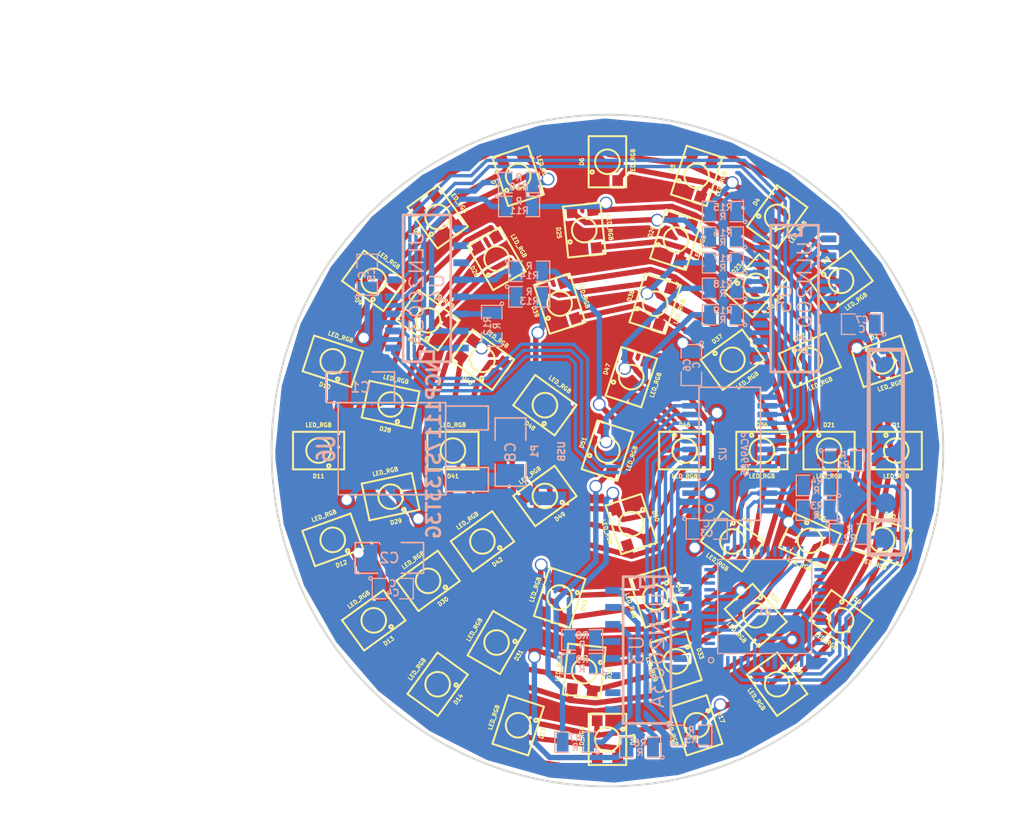
<source format=kicad_pcb>
(kicad_pcb (version 3) (host pcbnew "(2013-jul-07)-stable")
  (layers (15 F.Cu signal) (0 B.Cu signal) (18 B.Paste user) (19 F.Paste user) (20 B.SilkS user) (21 F.SilkS user) (22 B.Mask user) (23 F.Mask user) (28 Edge.Cuts user))
  (net 0 "")
  (net 1 +5V)
  (net 2 /B1)
  (net 3 /B2)
  (net 4 /B3)
  (net 5 /B4)
  (net 6 /B5)
  (net 7 /G1)
  (net 8 /G2)
  (net 9 /G3)
  (net 10 /G4)
  (net 11 /G5)
  (net 12 /ISP)
  (net 13 /LEDOE)
  (net 14 /R1)
  (net 15 /R2)
  (net 16 /R3)
  (net 17 /R4)
  (net 18 /R5)
  (net 19 /RST)
  (net 20 /RX)
  (net 21 /SCL)
  (net 22 /SDA)
  (net 23 /TX)
  (net 24 3V3)
  (net 25 GND)
  (net 26 N-0000013)
  (net 27 N-0000014)
  (net 28 N-0000015)
  (net 29 N-0000016)
  (net 30 N-0000017)
  (net 31 N-0000021)
  (net 32 N-0000023)
  (net 33 N-0000033)
  (net 34 N-0000034)
  (net 35 N-0000035)
  (net 36 N-0000036)
  (net 37 N-0000037)
  (net 38 N-0000038)
  (net 39 N-000005)
  (net 40 N-0000054)
  (net 41 N-0000055)
  (net 42 N-0000056)
  (net 43 N-0000057)
  (net 44 N-0000058)
  (net 45 N-0000059)
  (net 46 N-000006)
  (net 47 N-0000060)
  (net 48 N-0000061)
  (net 49 N-0000062)
  (net 50 N-0000063)
  (net 51 N-0000064)
  (net 52 N-0000065)
  (net 53 N-000007)
  (net 54 N-000008)
  (net 55 N-000009)
  (module LQFP48 (layer B.Cu) (at 211.709 161.6075)
    (fp_text reference U1 (at 0 0.381) (layer B.SilkS) (effects (font (size 0.508 0.508) (thickness 0.1016)) (justify mirror)))
    (fp_text value LPC1114/302 hide)
    (pad 12 smd rect (at -4.09702 -2.74828) (size 0.8001 0.24892) (layers B.Cu B.Paste B.Mask))
    (pad 11 smd rect (at -4.09702 -2.2479) (size 0.8001 0.25146) (layers B.Cu B.Paste B.Mask))
    (pad 10 smd rect (at -4.09702 -1.74752) (size 0.8001 0.25146) (layers B.Cu B.Paste B.Mask))
    (pad 9 smd rect (at -4.09702 -1.24714) (size 0.8001 0.25146) (layers B.Cu B.Paste B.Mask))
    (pad 8 smd rect (at -4.09702 -0.7493) (size 0.8001 0.24892) (layers B.Cu B.Paste B.Mask) (net 24 3V3))
    (pad 7 smd rect (at -4.09702 -0.24892) (size 0.8001 0.24892) (layers B.Cu B.Paste B.Mask))
    (pad 6 smd rect (at -4.09702 0.24892) (size 0.8001 0.24892) (layers B.Cu B.Paste B.Mask))
    (pad 5 smd rect (at -4.09702 0.7493) (size 0.8001 0.24892) (layers B.Cu B.Paste B.Mask) (net 25 GND))
    (pad 4 smd rect (at -4.09702 1.24714) (size 0.8001 0.25146) (layers B.Cu B.Paste B.Mask) (net 12 /ISP))
    (pad 3 smd rect (at -4.09702 1.74752) (size 0.8001 0.25146) (layers B.Cu B.Paste B.Mask) (net 19 /RST))
    (pad 2 smd rect (at -4.09702 2.2479) (size 0.8001 0.25146) (layers B.Cu B.Paste B.Mask))
    (pad 1 smd rect (at -4.09702 2.74828) (size 0.8001 0.24892) (layers B.Cu B.Paste B.Mask))
    (pad 48 smd rect (at -2.74828 4.09702) (size 0.24892 0.8001) (layers B.Cu B.Paste B.Mask))
    (pad 47 smd rect (at -2.2479 4.09702) (size 0.25146 0.8001) (layers B.Cu B.Paste B.Mask) (net 23 /TX))
    (pad 46 smd rect (at -1.74752 4.09702) (size 0.25146 0.8001) (layers B.Cu B.Paste B.Mask) (net 20 /RX))
    (pad 45 smd rect (at -1.24714 4.09702) (size 0.25146 0.8001) (layers B.Cu B.Paste B.Mask))
    (pad 44 smd rect (at -0.7493 4.09702) (size 0.24892 0.8001) (layers B.Cu B.Paste B.Mask) (net 24 3V3))
    (pad 43 smd rect (at -0.24892 4.09702) (size 0.24892 0.8001) (layers B.Cu B.Paste B.Mask))
    (pad 42 smd rect (at 0.24892 4.09702) (size 0.24892 0.8001) (layers B.Cu B.Paste B.Mask))
    (pad 41 smd rect (at 0.7493 4.09702) (size 0.24892 0.8001) (layers B.Cu B.Paste B.Mask) (net 25 GND))
    (pad 40 smd rect (at 1.24714 4.09702) (size 0.25146 0.8001) (layers B.Cu B.Paste B.Mask))
    (pad 39 smd rect (at 1.74752 4.09702) (size 0.25146 0.8001) (layers B.Cu B.Paste B.Mask))
    (pad 38 smd rect (at 2.2479 4.09702) (size 0.25146 0.8001) (layers B.Cu B.Paste B.Mask))
    (pad 37 smd rect (at 2.74828 4.09702) (size 0.24892 0.8001) (layers B.Cu B.Paste B.Mask))
    (pad 25 smd rect (at 4.09702 -2.74828) (size 0.8001 0.24892) (layers B.Cu B.Paste B.Mask))
    (pad 26 smd rect (at 4.09702 -2.2479) (size 0.8001 0.25146) (layers B.Cu B.Paste B.Mask))
    (pad 27 smd rect (at 4.09702 -1.74752) (size 0.8001 0.25146) (layers B.Cu B.Paste B.Mask))
    (pad 28 smd rect (at 4.09702 -1.24714) (size 0.8001 0.25146) (layers B.Cu B.Paste B.Mask))
    (pad 29 smd rect (at 4.09702 -0.7493) (size 0.8001 0.24892) (layers B.Cu B.Paste B.Mask))
    (pad 30 smd rect (at 4.09702 -0.24892) (size 0.8001 0.24892) (layers B.Cu B.Paste B.Mask))
    (pad 31 smd rect (at 4.09702 0.24892) (size 0.8001 0.24892) (layers B.Cu B.Paste B.Mask))
    (pad 32 smd rect (at 4.09702 0.7493) (size 0.8001 0.24892) (layers B.Cu B.Paste B.Mask))
    (pad 33 smd rect (at 4.09702 1.24714) (size 0.8001 0.25146) (layers B.Cu B.Paste B.Mask))
    (pad 34 smd rect (at 4.09702 1.74752) (size 0.8001 0.25146) (layers B.Cu B.Paste B.Mask))
    (pad 35 smd rect (at 4.09702 2.2479) (size 0.8001 0.25146) (layers B.Cu B.Paste B.Mask))
    (pad 36 smd rect (at 4.09702 2.74828) (size 0.8001 0.24892) (layers B.Cu B.Paste B.Mask))
    (pad 13 smd rect (at -2.74828 -4.09702) (size 0.24892 0.8001) (layers B.Cu B.Paste B.Mask))
    (pad 14 smd rect (at -2.2479 -4.09702) (size 0.25146 0.8001) (layers B.Cu B.Paste B.Mask) (net 13 /LEDOE))
    (pad 15 smd rect (at -1.74752 -4.09702) (size 0.25146 0.8001) (layers B.Cu B.Paste B.Mask) (net 21 /SCL))
    (pad 16 smd rect (at -1.24714 -4.09702) (size 0.25146 0.8001) (layers B.Cu B.Paste B.Mask) (net 22 /SDA))
    (pad 17 smd rect (at -0.7493 -4.09702) (size 0.24892 0.8001) (layers B.Cu B.Paste B.Mask))
    (pad 18 smd rect (at -0.24892 -4.09702) (size 0.24892 0.8001) (layers B.Cu B.Paste B.Mask))
    (pad 19 smd rect (at 0.24892 -4.09702) (size 0.24892 0.8001) (layers B.Cu B.Paste B.Mask))
    (pad 20 smd rect (at 0.7493 -4.09702) (size 0.24892 0.8001) (layers B.Cu B.Paste B.Mask))
    (pad 21 smd rect (at 1.24714 -4.09702) (size 0.25146 0.8001) (layers B.Cu B.Paste B.Mask))
    (pad 22 smd rect (at 1.74752 -4.09702) (size 0.25146 0.8001) (layers B.Cu B.Paste B.Mask))
    (pad 23 smd rect (at 2.2479 -4.09702) (size 0.25146 0.8001) (layers B.Cu B.Paste B.Mask))
    (pad 24 smd rect (at 2.74828 -4.09702) (size 0.24892 0.8001) (layers B.Cu B.Paste B.Mask))
  )
  (module PLCC4 (layer F.Cu) (at 196.446 139.063 18)
    (fp_text reference D39 (at -1.905 0 108) (layer F.SilkS) (effects (font (size 0.3 0.3) (thickness 0.075))))
    (fp_text value LED_RGB (at 1.905 0 108) (layer F.SilkS) (effects (font (size 0.3 0.3) (thickness 0.075))))
    (pad 1 smd rect (at -0.762 1.397 18) (size 0.8 0.8) (layers F.Cu F.Paste F.Mask) (net 24 3V3))
    (pad 2 smd rect (at 0.762 1.397 18) (size 0.8 0.8) (layers F.Cu F.Paste F.Mask) (net 16 /R3))
    (pad 3 smd rect (at 0.762 -1.397 18) (size 0.8 0.8) (layers F.Cu F.Paste F.Mask) (net 9 /G3))
    (pad 4 smd rect (at -0.762 -1.397 18) (size 0.8 0.8) (layers F.Cu F.Paste F.Mask) (net 4 /B3))
  )
  (module PLCC4 (layer F.Cu) (at 186.651 140.302 54)
    (fp_text reference D27 (at -1.905 0 144) (layer F.SilkS) (effects (font (size 0.3 0.3) (thickness 0.075))))
    (fp_text value LED_RGB (at 1.905 0 144) (layer F.SilkS) (effects (font (size 0.3 0.3) (thickness 0.075))))
    (pad 1 smd rect (at -0.762 1.397 54) (size 0.8 0.8) (layers F.Cu F.Paste F.Mask) (net 24 3V3))
    (pad 2 smd rect (at 0.762 1.397 54) (size 0.8 0.8) (layers F.Cu F.Paste F.Mask) (net 15 /R2))
    (pad 3 smd rect (at 0.762 -1.397 54) (size 0.8 0.8) (layers F.Cu F.Paste F.Mask) (net 8 /G2))
    (pad 4 smd rect (at -0.762 -1.397 54) (size 0.8 0.8) (layers F.Cu F.Paste F.Mask) (net 3 /B2))
  )
  (module PLCC4 (layer F.Cu) (at 183.861 146.569 78)
    (fp_text reference D28 (at -1.905 0 168) (layer F.SilkS) (effects (font (size 0.3 0.3) (thickness 0.075))))
    (fp_text value LED_RGB (at 1.905 0 168) (layer F.SilkS) (effects (font (size 0.3 0.3) (thickness 0.075))))
    (pad 1 smd rect (at -0.762 1.397 78) (size 0.8 0.8) (layers F.Cu F.Paste F.Mask) (net 24 3V3))
    (pad 2 smd rect (at 0.762 1.397 78) (size 0.8 0.8) (layers F.Cu F.Paste F.Mask) (net 15 /R2))
    (pad 3 smd rect (at 0.762 -1.397 78) (size 0.8 0.8) (layers F.Cu F.Paste F.Mask) (net 8 /G2))
    (pad 4 smd rect (at -0.762 -1.397 78) (size 0.8 0.8) (layers F.Cu F.Paste F.Mask) (net 3 /B2))
  )
  (module PLCC4 (layer F.Cu) (at 183.861 153.431 102)
    (fp_text reference D29 (at -1.905 0 192) (layer F.SilkS) (effects (font (size 0.3 0.3) (thickness 0.075))))
    (fp_text value LED_RGB (at 1.905 0 192) (layer F.SilkS) (effects (font (size 0.3 0.3) (thickness 0.075))))
    (pad 1 smd rect (at -0.762 1.397 102) (size 0.8 0.8) (layers F.Cu F.Paste F.Mask) (net 24 3V3))
    (pad 2 smd rect (at 0.762 1.397 102) (size 0.8 0.8) (layers F.Cu F.Paste F.Mask) (net 15 /R2))
    (pad 3 smd rect (at 0.762 -1.397 102) (size 0.8 0.8) (layers F.Cu F.Paste F.Mask) (net 8 /G2))
    (pad 4 smd rect (at -0.762 -1.397 102) (size 0.8 0.8) (layers F.Cu F.Paste F.Mask) (net 3 /B2))
  )
  (module PLCC4 (layer F.Cu) (at 186.651 159.698 126)
    (fp_text reference D30 (at -1.905 0 216) (layer F.SilkS) (effects (font (size 0.3 0.3) (thickness 0.075))))
    (fp_text value LED_RGB (at 1.905 0 216) (layer F.SilkS) (effects (font (size 0.3 0.3) (thickness 0.075))))
    (pad 1 smd rect (at -0.762 1.397 126) (size 0.8 0.8) (layers F.Cu F.Paste F.Mask) (net 24 3V3))
    (pad 2 smd rect (at 0.762 1.397 126) (size 0.8 0.8) (layers F.Cu F.Paste F.Mask) (net 15 /R2))
    (pad 3 smd rect (at 0.762 -1.397 126) (size 0.8 0.8) (layers F.Cu F.Paste F.Mask) (net 8 /G2))
    (pad 4 smd rect (at -0.762 -1.397 126) (size 0.8 0.8) (layers F.Cu F.Paste F.Mask) (net 3 /B2))
  )
  (module PLCC4 (layer F.Cu) (at 191.75 164.289 150)
    (fp_text reference D31 (at -1.905 0 240) (layer F.SilkS) (effects (font (size 0.3 0.3) (thickness 0.075))))
    (fp_text value LED_RGB (at 1.905 0 240) (layer F.SilkS) (effects (font (size 0.3 0.3) (thickness 0.075))))
    (pad 1 smd rect (at -0.762 1.397 150) (size 0.8 0.8) (layers F.Cu F.Paste F.Mask) (net 24 3V3))
    (pad 2 smd rect (at 0.762 1.397 150) (size 0.8 0.8) (layers F.Cu F.Paste F.Mask) (net 15 /R2))
    (pad 3 smd rect (at 0.762 -1.397 150) (size 0.8 0.8) (layers F.Cu F.Paste F.Mask) (net 8 /G2))
    (pad 4 smd rect (at -0.762 -1.397 150) (size 0.8 0.8) (layers F.Cu F.Paste F.Mask) (net 3 /B2))
  )
  (module PLCC4 (layer F.Cu) (at 198.275 166.41 174)
    (fp_text reference D32 (at -1.905 0 264) (layer F.SilkS) (effects (font (size 0.3 0.3) (thickness 0.075))))
    (fp_text value LED_RGB (at 1.905 0 264) (layer F.SilkS) (effects (font (size 0.3 0.3) (thickness 0.075))))
    (pad 1 smd rect (at -0.762 1.397 174) (size 0.8 0.8) (layers F.Cu F.Paste F.Mask) (net 24 3V3))
    (pad 2 smd rect (at 0.762 1.397 174) (size 0.8 0.8) (layers F.Cu F.Paste F.Mask) (net 15 /R2))
    (pad 3 smd rect (at 0.762 -1.397 174) (size 0.8 0.8) (layers F.Cu F.Paste F.Mask) (net 8 /G2))
    (pad 4 smd rect (at -0.762 -1.397 174) (size 0.8 0.8) (layers F.Cu F.Paste F.Mask) (net 3 /B2))
  )
  (module PLCC4 (layer F.Cu) (at 205.099 165.692 198)
    (fp_text reference D33 (at -1.905 0 288) (layer F.SilkS) (effects (font (size 0.3 0.3) (thickness 0.075))))
    (fp_text value LED_RGB (at 1.905 0 288) (layer F.SilkS) (effects (font (size 0.3 0.3) (thickness 0.075))))
    (pad 1 smd rect (at -0.762 1.397 198) (size 0.8 0.8) (layers F.Cu F.Paste F.Mask) (net 24 3V3))
    (pad 2 smd rect (at 0.762 1.397 198) (size 0.8 0.8) (layers F.Cu F.Paste F.Mask) (net 15 /R2))
    (pad 3 smd rect (at 0.762 -1.397 198) (size 0.8 0.8) (layers F.Cu F.Paste F.Mask) (net 8 /G2))
    (pad 4 smd rect (at -0.762 -1.397 198) (size 0.8 0.8) (layers F.Cu F.Paste F.Mask) (net 3 /B2))
  )
  (module PLCC4 (layer F.Cu) (at 211.041 162.262 222)
    (fp_text reference D34 (at -1.905 0 312) (layer F.SilkS) (effects (font (size 0.3 0.3) (thickness 0.075))))
    (fp_text value LED_RGB (at 1.905 0 312) (layer F.SilkS) (effects (font (size 0.3 0.3) (thickness 0.075))))
    (pad 1 smd rect (at -0.762 1.397 222) (size 0.8 0.8) (layers F.Cu F.Paste F.Mask) (net 24 3V3))
    (pad 2 smd rect (at 0.762 1.397 222) (size 0.8 0.8) (layers F.Cu F.Paste F.Mask) (net 15 /R2))
    (pad 3 smd rect (at 0.762 -1.397 222) (size 0.8 0.8) (layers F.Cu F.Paste F.Mask) (net 8 /G2))
    (pad 4 smd rect (at -0.762 -1.397 222) (size 0.8 0.8) (layers F.Cu F.Paste F.Mask) (net 3 /B2))
  )
  (module PLCC4 (layer F.Cu) (at 215.074 156.711 246)
    (fp_text reference D35 (at -1.905 0 336) (layer F.SilkS) (effects (font (size 0.3 0.3) (thickness 0.075))))
    (fp_text value LED_RGB (at 1.905 0 336) (layer F.SilkS) (effects (font (size 0.3 0.3) (thickness 0.075))))
    (pad 1 smd rect (at -0.762 1.397 246) (size 0.8 0.8) (layers F.Cu F.Paste F.Mask) (net 24 3V3))
    (pad 2 smd rect (at 0.762 1.397 246) (size 0.8 0.8) (layers F.Cu F.Paste F.Mask) (net 15 /R2))
    (pad 3 smd rect (at 0.762 -1.397 246) (size 0.8 0.8) (layers F.Cu F.Paste F.Mask) (net 8 /G2))
    (pad 4 smd rect (at -0.762 -1.397 246) (size 0.8 0.8) (layers F.Cu F.Paste F.Mask) (net 3 /B2))
  )
  (module PLCC4 (layer F.Cu) (at 211.5 150 270)
    (fp_text reference D36 (at -1.905 0 360) (layer F.SilkS) (effects (font (size 0.3 0.3) (thickness 0.075))))
    (fp_text value LED_RGB (at 1.905 0 360) (layer F.SilkS) (effects (font (size 0.3 0.3) (thickness 0.075))))
    (pad 1 smd rect (at -0.762 1.397 270) (size 0.8 0.8) (layers F.Cu F.Paste F.Mask) (net 24 3V3))
    (pad 2 smd rect (at 0.762 1.397 270) (size 0.8 0.8) (layers F.Cu F.Paste F.Mask) (net 16 /R3))
    (pad 3 smd rect (at 0.762 -1.397 270) (size 0.8 0.8) (layers F.Cu F.Paste F.Mask) (net 9 /G3))
    (pad 4 smd rect (at -0.762 -1.397 270) (size 0.8 0.8) (layers F.Cu F.Paste F.Mask) (net 4 /B3))
  )
  (module PLCC4 (layer F.Cu) (at 209.304 143.24 306)
    (fp_text reference D37 (at -1.905 0 396) (layer F.SilkS) (effects (font (size 0.3 0.3) (thickness 0.075))))
    (fp_text value LED_RGB (at 1.905 0 396) (layer F.SilkS) (effects (font (size 0.3 0.3) (thickness 0.075))))
    (pad 1 smd rect (at -0.762 1.397 306) (size 0.8 0.8) (layers F.Cu F.Paste F.Mask) (net 24 3V3))
    (pad 2 smd rect (at 0.762 1.397 306) (size 0.8 0.8) (layers F.Cu F.Paste F.Mask) (net 16 /R3))
    (pad 3 smd rect (at 0.762 -1.397 306) (size 0.8 0.8) (layers F.Cu F.Paste F.Mask) (net 9 /G3))
    (pad 4 smd rect (at -0.762 -1.397 306) (size 0.8 0.8) (layers F.Cu F.Paste F.Mask) (net 4 /B3))
  )
  (module PLCC4 (layer F.Cu) (at 203.554 139.063 342)
    (fp_text reference D38 (at -1.905 0 432) (layer F.SilkS) (effects (font (size 0.3 0.3) (thickness 0.075))))
    (fp_text value LED_RGB (at 1.905 0 432) (layer F.SilkS) (effects (font (size 0.3 0.3) (thickness 0.075))))
    (pad 1 smd rect (at -0.762 1.397 342) (size 0.8 0.8) (layers F.Cu F.Paste F.Mask) (net 24 3V3))
    (pad 2 smd rect (at 0.762 1.397 342) (size 0.8 0.8) (layers F.Cu F.Paste F.Mask) (net 16 /R3))
    (pad 3 smd rect (at 0.762 -1.397 342) (size 0.8 0.8) (layers F.Cu F.Paste F.Mask) (net 9 /G3))
    (pad 4 smd rect (at -0.762 -1.397 342) (size 0.8 0.8) (layers F.Cu F.Paste F.Mask) (net 4 /B3))
  )
  (module PLCC4 (layer F.Cu) (at 191.75 135.711 30)
    (fp_text reference D26 (at -1.905 0 120) (layer F.SilkS) (effects (font (size 0.3 0.3) (thickness 0.075))))
    (fp_text value LED_RGB (at 1.905 0 120) (layer F.SilkS) (effects (font (size 0.3 0.3) (thickness 0.075))))
    (pad 1 smd rect (at -0.762 1.397 30) (size 0.8 0.8) (layers F.Cu F.Paste F.Mask) (net 24 3V3))
    (pad 2 smd rect (at 0.762 1.397 30) (size 0.8 0.8) (layers F.Cu F.Paste F.Mask) (net 15 /R2))
    (pad 3 smd rect (at 0.762 -1.397 30) (size 0.8 0.8) (layers F.Cu F.Paste F.Mask) (net 8 /G2))
    (pad 4 smd rect (at -0.762 -1.397 30) (size 0.8 0.8) (layers F.Cu F.Paste F.Mask) (net 3 /B2))
  )
  (module PLCC4 (layer F.Cu) (at 190.696 143.24 54)
    (fp_text reference D40 (at -1.905 0 144) (layer F.SilkS) (effects (font (size 0.3 0.3) (thickness 0.075))))
    (fp_text value LED_RGB (at 1.905 0 144) (layer F.SilkS) (effects (font (size 0.3 0.3) (thickness 0.075))))
    (pad 1 smd rect (at -0.762 1.397 54) (size 0.8 0.8) (layers F.Cu F.Paste F.Mask) (net 24 3V3))
    (pad 2 smd rect (at 0.762 1.397 54) (size 0.8 0.8) (layers F.Cu F.Paste F.Mask) (net 16 /R3))
    (pad 3 smd rect (at 0.762 -1.397 54) (size 0.8 0.8) (layers F.Cu F.Paste F.Mask) (net 9 /G3))
    (pad 4 smd rect (at -0.762 -1.397 54) (size 0.8 0.8) (layers F.Cu F.Paste F.Mask) (net 4 /B3))
  )
  (module PLCC4 (layer F.Cu) (at 188.5 150 90)
    (fp_text reference D41 (at -1.905 0 180) (layer F.SilkS) (effects (font (size 0.3 0.3) (thickness 0.075))))
    (fp_text value LED_RGB (at 1.905 0 180) (layer F.SilkS) (effects (font (size 0.3 0.3) (thickness 0.075))))
    (pad 1 smd rect (at -0.762 1.397 90) (size 0.8 0.8) (layers F.Cu F.Paste F.Mask) (net 24 3V3))
    (pad 2 smd rect (at 0.762 1.397 90) (size 0.8 0.8) (layers F.Cu F.Paste F.Mask) (net 16 /R3))
    (pad 3 smd rect (at 0.762 -1.397 90) (size 0.8 0.8) (layers F.Cu F.Paste F.Mask) (net 9 /G3))
    (pad 4 smd rect (at -0.762 -1.397 90) (size 0.8 0.8) (layers F.Cu F.Paste F.Mask) (net 4 /B3))
  )
  (module PLCC4 (layer F.Cu) (at 190.696 156.76 126)
    (fp_text reference D42 (at -1.905 0 216) (layer F.SilkS) (effects (font (size 0.3 0.3) (thickness 0.075))))
    (fp_text value LED_RGB (at 1.905 0 216) (layer F.SilkS) (effects (font (size 0.3 0.3) (thickness 0.075))))
    (pad 1 smd rect (at -0.762 1.397 126) (size 0.8 0.8) (layers F.Cu F.Paste F.Mask) (net 24 3V3))
    (pad 2 smd rect (at 0.762 1.397 126) (size 0.8 0.8) (layers F.Cu F.Paste F.Mask) (net 16 /R3))
    (pad 3 smd rect (at 0.762 -1.397 126) (size 0.8 0.8) (layers F.Cu F.Paste F.Mask) (net 9 /G3))
    (pad 4 smd rect (at -0.762 -1.397 126) (size 0.8 0.8) (layers F.Cu F.Paste F.Mask) (net 4 /B3))
  )
  (module PLCC4 (layer F.Cu) (at 196.446 160.937 162)
    (fp_text reference D43 (at -1.905 0 252) (layer F.SilkS) (effects (font (size 0.3 0.3) (thickness 0.075))))
    (fp_text value LED_RGB (at 1.905 0 252) (layer F.SilkS) (effects (font (size 0.3 0.3) (thickness 0.075))))
    (pad 1 smd rect (at -0.762 1.397 162) (size 0.8 0.8) (layers F.Cu F.Paste F.Mask) (net 24 3V3))
    (pad 2 smd rect (at 0.762 1.397 162) (size 0.8 0.8) (layers F.Cu F.Paste F.Mask) (net 16 /R3))
    (pad 3 smd rect (at 0.762 -1.397 162) (size 0.8 0.8) (layers F.Cu F.Paste F.Mask) (net 9 /G3))
    (pad 4 smd rect (at -0.762 -1.397 162) (size 0.8 0.8) (layers F.Cu F.Paste F.Mask) (net 4 /B3))
  )
  (module PLCC4 (layer F.Cu) (at 203.554 160.937 198)
    (fp_text reference D44 (at -1.905 0 288) (layer F.SilkS) (effects (font (size 0.3 0.3) (thickness 0.075))))
    (fp_text value LED_RGB (at 1.905 0 288) (layer F.SilkS) (effects (font (size 0.3 0.3) (thickness 0.075))))
    (pad 1 smd rect (at -0.762 1.397 198) (size 0.8 0.8) (layers F.Cu F.Paste F.Mask) (net 24 3V3))
    (pad 2 smd rect (at 0.762 1.397 198) (size 0.8 0.8) (layers F.Cu F.Paste F.Mask) (net 16 /R3))
    (pad 3 smd rect (at 0.762 -1.397 198) (size 0.8 0.8) (layers F.Cu F.Paste F.Mask) (net 9 /G3))
    (pad 4 smd rect (at -0.762 -1.397 198) (size 0.8 0.8) (layers F.Cu F.Paste F.Mask) (net 4 /B3))
  )
  (module PLCC4 (layer F.Cu) (at 209.304 156.76 234)
    (fp_text reference D45 (at -1.905 0 324) (layer F.SilkS) (effects (font (size 0.3 0.3) (thickness 0.075))))
    (fp_text value LED_RGB (at 1.905 0 324) (layer F.SilkS) (effects (font (size 0.3 0.3) (thickness 0.075))))
    (pad 1 smd rect (at -0.762 1.397 234) (size 0.8 0.8) (layers F.Cu F.Paste F.Mask) (net 24 3V3))
    (pad 2 smd rect (at 0.762 1.397 234) (size 0.8 0.8) (layers F.Cu F.Paste F.Mask) (net 16 /R3))
    (pad 3 smd rect (at 0.762 -1.397 234) (size 0.8 0.8) (layers F.Cu F.Paste F.Mask) (net 9 /G3))
    (pad 4 smd rect (at -0.762 -1.397 234) (size 0.8 0.8) (layers F.Cu F.Paste F.Mask) (net 4 /B3))
  )
  (module PLCC4 (layer F.Cu) (at 205.75 150 270)
    (fp_text reference D46 (at -1.905 0 360) (layer F.SilkS) (effects (font (size 0.3 0.3) (thickness 0.075))))
    (fp_text value LED_RGB (at 1.905 0 360) (layer F.SilkS) (effects (font (size 0.3 0.3) (thickness 0.075))))
    (pad 1 smd rect (at -0.762 1.397 270) (size 0.8 0.8) (layers F.Cu F.Paste F.Mask) (net 24 3V3))
    (pad 2 smd rect (at 0.762 1.397 270) (size 0.8 0.8) (layers F.Cu F.Paste F.Mask) (net 17 /R4))
    (pad 3 smd rect (at 0.762 -1.397 270) (size 0.8 0.8) (layers F.Cu F.Paste F.Mask) (net 10 /G4))
    (pad 4 smd rect (at -0.762 -1.397 270) (size 0.8 0.8) (layers F.Cu F.Paste F.Mask) (net 5 /B4))
  )
  (module PLCC4 (layer F.Cu) (at 201.777 144.531 342)
    (fp_text reference D47 (at -1.905 0 432) (layer F.SilkS) (effects (font (size 0.3 0.3) (thickness 0.075))))
    (fp_text value LED_RGB (at 1.905 0 432) (layer F.SilkS) (effects (font (size 0.3 0.3) (thickness 0.075))))
    (pad 1 smd rect (at -0.762 1.397 342) (size 0.8 0.8) (layers F.Cu F.Paste F.Mask) (net 24 3V3))
    (pad 2 smd rect (at 0.762 1.397 342) (size 0.8 0.8) (layers F.Cu F.Paste F.Mask) (net 17 /R4))
    (pad 3 smd rect (at 0.762 -1.397 342) (size 0.8 0.8) (layers F.Cu F.Paste F.Mask) (net 10 /G4))
    (pad 4 smd rect (at -0.762 -1.397 342) (size 0.8 0.8) (layers F.Cu F.Paste F.Mask) (net 5 /B4))
  )
  (module PLCC4 (layer F.Cu) (at 195.348 146.62 54)
    (fp_text reference D48 (at -1.905 0 144) (layer F.SilkS) (effects (font (size 0.3 0.3) (thickness 0.075))))
    (fp_text value LED_RGB (at 1.905 0 144) (layer F.SilkS) (effects (font (size 0.3 0.3) (thickness 0.075))))
    (pad 1 smd rect (at -0.762 1.397 54) (size 0.8 0.8) (layers F.Cu F.Paste F.Mask) (net 24 3V3))
    (pad 2 smd rect (at 0.762 1.397 54) (size 0.8 0.8) (layers F.Cu F.Paste F.Mask) (net 17 /R4))
    (pad 3 smd rect (at 0.762 -1.397 54) (size 0.8 0.8) (layers F.Cu F.Paste F.Mask) (net 10 /G4))
    (pad 4 smd rect (at -0.762 -1.397 54) (size 0.8 0.8) (layers F.Cu F.Paste F.Mask) (net 5 /B4))
  )
  (module PLCC4 (layer F.Cu) (at 195.348 153.38 126)
    (fp_text reference D49 (at -1.905 0 216) (layer F.SilkS) (effects (font (size 0.3 0.3) (thickness 0.075))))
    (fp_text value LED_RGB (at 1.905 0 216) (layer F.SilkS) (effects (font (size 0.3 0.3) (thickness 0.075))))
    (pad 1 smd rect (at -0.762 1.397 126) (size 0.8 0.8) (layers F.Cu F.Paste F.Mask) (net 24 3V3))
    (pad 2 smd rect (at 0.762 1.397 126) (size 0.8 0.8) (layers F.Cu F.Paste F.Mask) (net 17 /R4))
    (pad 3 smd rect (at 0.762 -1.397 126) (size 0.8 0.8) (layers F.Cu F.Paste F.Mask) (net 10 /G4))
    (pad 4 smd rect (at -0.762 -1.397 126) (size 0.8 0.8) (layers F.Cu F.Paste F.Mask) (net 5 /B4))
  )
  (module PLCC4 (layer F.Cu) (at 201.777 155.469 198)
    (fp_text reference D50 (at -1.905 0 288) (layer F.SilkS) (effects (font (size 0.3 0.3) (thickness 0.075))))
    (fp_text value LED_RGB (at 1.905 0 288) (layer F.SilkS) (effects (font (size 0.3 0.3) (thickness 0.075))))
    (pad 1 smd rect (at -0.762 1.397 198) (size 0.8 0.8) (layers F.Cu F.Paste F.Mask) (net 24 3V3))
    (pad 2 smd rect (at 0.762 1.397 198) (size 0.8 0.8) (layers F.Cu F.Paste F.Mask) (net 17 /R4))
    (pad 3 smd rect (at 0.762 -1.397 198) (size 0.8 0.8) (layers F.Cu F.Paste F.Mask) (net 10 /G4))
    (pad 4 smd rect (at -0.762 -1.397 198) (size 0.8 0.8) (layers F.Cu F.Paste F.Mask) (net 5 /B4))
  )
  (module PLCC4 (layer F.Cu) (at 200 150 342)
    (fp_text reference D51 (at -1.905 0 432) (layer F.SilkS) (effects (font (size 0.3 0.3) (thickness 0.075))))
    (fp_text value LED_RGB (at 1.905 0 432) (layer F.SilkS) (effects (font (size 0.3 0.3) (thickness 0.075))))
    (pad 1 smd rect (at -0.762 1.397 342) (size 0.8 0.8) (layers F.Cu F.Paste F.Mask) (net 24 3V3))
    (pad 2 smd rect (at 0.762 1.397 342) (size 0.8 0.8) (layers F.Cu F.Paste F.Mask) (net 18 /R5))
    (pad 3 smd rect (at 0.762 -1.397 342) (size 0.8 0.8) (layers F.Cu F.Paste F.Mask) (net 11 /G5))
    (pad 4 smd rect (at -0.762 -1.397 342) (size 0.8 0.8) (layers F.Cu F.Paste F.Mask) (net 6 /B5))
  )
  (module PLCC4 (layer F.Cu) (at 187.363 167.394 144)
    (fp_text reference D14 (at -1.905 0 234) (layer F.SilkS) (effects (font (size 0.3 0.3) (thickness 0.075))))
    (fp_text value LED_RGB (at 1.905 0 234) (layer F.SilkS) (effects (font (size 0.3 0.3) (thickness 0.075))))
    (pad 1 smd rect (at -0.762 1.397 144) (size 0.8 0.8) (layers F.Cu F.Paste F.Mask) (net 24 3V3))
    (pad 2 smd rect (at 0.762 1.397 144) (size 0.8 0.8) (layers F.Cu F.Paste F.Mask) (net 14 /R1))
    (pad 3 smd rect (at 0.762 -1.397 144) (size 0.8 0.8) (layers F.Cu F.Paste F.Mask) (net 7 /G1))
    (pad 4 smd rect (at -0.762 -1.397 144) (size 0.8 0.8) (layers F.Cu F.Paste F.Mask) (net 2 /B1))
  )
  (module PLCC4 (layer F.Cu) (at 220.448 143.356 288)
    (fp_text reference D2 (at -1.905 0 378) (layer F.SilkS) (effects (font (size 0.3 0.3) (thickness 0.075))))
    (fp_text value LED_RGB (at 1.905 0 378) (layer F.SilkS) (effects (font (size 0.3 0.3) (thickness 0.075))))
    (pad 1 smd rect (at -0.762 1.397 288) (size 0.8 0.8) (layers F.Cu F.Paste F.Mask) (net 24 3V3))
    (pad 2 smd rect (at 0.762 1.397 288) (size 0.8 0.8) (layers F.Cu F.Paste F.Mask) (net 14 /R1))
    (pad 3 smd rect (at 0.762 -1.397 288) (size 0.8 0.8) (layers F.Cu F.Paste F.Mask) (net 7 /G1))
    (pad 4 smd rect (at -0.762 -1.397 288) (size 0.8 0.8) (layers F.Cu F.Paste F.Mask) (net 2 /B1))
  )
  (module PLCC4 (layer F.Cu) (at 217.394 137.363 306)
    (fp_text reference D3 (at -1.905 0 396) (layer F.SilkS) (effects (font (size 0.3 0.3) (thickness 0.075))))
    (fp_text value LED_RGB (at 1.905 0 396) (layer F.SilkS) (effects (font (size 0.3 0.3) (thickness 0.075))))
    (pad 1 smd rect (at -0.762 1.397 306) (size 0.8 0.8) (layers F.Cu F.Paste F.Mask) (net 24 3V3))
    (pad 2 smd rect (at 0.762 1.397 306) (size 0.8 0.8) (layers F.Cu F.Paste F.Mask) (net 14 /R1))
    (pad 3 smd rect (at 0.762 -1.397 306) (size 0.8 0.8) (layers F.Cu F.Paste F.Mask) (net 7 /G1))
    (pad 4 smd rect (at -0.762 -1.397 306) (size 0.8 0.8) (layers F.Cu F.Paste F.Mask) (net 2 /B1))
  )
  (module PLCC4 (layer F.Cu) (at 212.637 132.606 324)
    (fp_text reference D4 (at -1.905 0 414) (layer F.SilkS) (effects (font (size 0.3 0.3) (thickness 0.075))))
    (fp_text value LED_RGB (at 1.905 0 414) (layer F.SilkS) (effects (font (size 0.3 0.3) (thickness 0.075))))
    (pad 1 smd rect (at -0.762 1.397 324) (size 0.8 0.8) (layers F.Cu F.Paste F.Mask) (net 24 3V3))
    (pad 2 smd rect (at 0.762 1.397 324) (size 0.8 0.8) (layers F.Cu F.Paste F.Mask) (net 14 /R1))
    (pad 3 smd rect (at 0.762 -1.397 324) (size 0.8 0.8) (layers F.Cu F.Paste F.Mask) (net 7 /G1))
    (pad 4 smd rect (at -0.762 -1.397 324) (size 0.8 0.8) (layers F.Cu F.Paste F.Mask) (net 2 /B1))
  )
  (module PLCC4 (layer F.Cu) (at 206.644 129.552 342)
    (fp_text reference D5 (at -1.905 0 432) (layer F.SilkS) (effects (font (size 0.3 0.3) (thickness 0.075))))
    (fp_text value LED_RGB (at 1.905 0 432) (layer F.SilkS) (effects (font (size 0.3 0.3) (thickness 0.075))))
    (pad 1 smd rect (at -0.762 1.397 342) (size 0.8 0.8) (layers F.Cu F.Paste F.Mask) (net 24 3V3))
    (pad 2 smd rect (at 0.762 1.397 342) (size 0.8 0.8) (layers F.Cu F.Paste F.Mask) (net 14 /R1))
    (pad 3 smd rect (at 0.762 -1.397 342) (size 0.8 0.8) (layers F.Cu F.Paste F.Mask) (net 7 /G1))
    (pad 4 smd rect (at -0.762 -1.397 342) (size 0.8 0.8) (layers F.Cu F.Paste F.Mask) (net 2 /B1))
  )
  (module PLCC4 (layer F.Cu) (at 200 128.5)
    (fp_text reference D6 (at -1.905 0 90) (layer F.SilkS) (effects (font (size 0.3 0.3) (thickness 0.075))))
    (fp_text value LED_RGB (at 1.905 0 90) (layer F.SilkS) (effects (font (size 0.3 0.3) (thickness 0.075))))
    (pad 1 smd rect (at -0.762 1.397) (size 0.8 0.8) (layers F.Cu F.Paste F.Mask) (net 24 3V3))
    (pad 2 smd rect (at 0.762 1.397) (size 0.8 0.8) (layers F.Cu F.Paste F.Mask) (net 14 /R1))
    (pad 3 smd rect (at 0.762 -1.397) (size 0.8 0.8) (layers F.Cu F.Paste F.Mask) (net 7 /G1))
    (pad 4 smd rect (at -0.762 -1.397) (size 0.8 0.8) (layers F.Cu F.Paste F.Mask) (net 2 /B1))
  )
  (module PLCC4 (layer F.Cu) (at 193.356 129.552 18)
    (fp_text reference D7 (at -1.905 0 108) (layer F.SilkS) (effects (font (size 0.3 0.3) (thickness 0.075))))
    (fp_text value LED_RGB (at 1.905 0 108) (layer F.SilkS) (effects (font (size 0.3 0.3) (thickness 0.075))))
    (pad 1 smd rect (at -0.762 1.397 18) (size 0.8 0.8) (layers F.Cu F.Paste F.Mask) (net 24 3V3))
    (pad 2 smd rect (at 0.762 1.397 18) (size 0.8 0.8) (layers F.Cu F.Paste F.Mask) (net 14 /R1))
    (pad 3 smd rect (at 0.762 -1.397 18) (size 0.8 0.8) (layers F.Cu F.Paste F.Mask) (net 7 /G1))
    (pad 4 smd rect (at -0.762 -1.397 18) (size 0.8 0.8) (layers F.Cu F.Paste F.Mask) (net 2 /B1))
  )
  (module PLCC4 (layer F.Cu) (at 187.363 132.606 36)
    (fp_text reference D8 (at -1.905 0 126) (layer F.SilkS) (effects (font (size 0.3 0.3) (thickness 0.075))))
    (fp_text value LED_RGB (at 1.905 0 126) (layer F.SilkS) (effects (font (size 0.3 0.3) (thickness 0.075))))
    (pad 1 smd rect (at -0.762 1.397 36) (size 0.8 0.8) (layers F.Cu F.Paste F.Mask) (net 24 3V3))
    (pad 2 smd rect (at 0.762 1.397 36) (size 0.8 0.8) (layers F.Cu F.Paste F.Mask) (net 14 /R1))
    (pad 3 smd rect (at 0.762 -1.397 36) (size 0.8 0.8) (layers F.Cu F.Paste F.Mask) (net 7 /G1))
    (pad 4 smd rect (at -0.762 -1.397 36) (size 0.8 0.8) (layers F.Cu F.Paste F.Mask) (net 2 /B1))
  )
  (module PLCC4 (layer F.Cu) (at 182.606 137.363 54)
    (fp_text reference D9 (at -1.905 0 144) (layer F.SilkS) (effects (font (size 0.3 0.3) (thickness 0.075))))
    (fp_text value LED_RGB (at 1.905 0 144) (layer F.SilkS) (effects (font (size 0.3 0.3) (thickness 0.075))))
    (pad 1 smd rect (at -0.762 1.397 54) (size 0.8 0.8) (layers F.Cu F.Paste F.Mask) (net 24 3V3))
    (pad 2 smd rect (at 0.762 1.397 54) (size 0.8 0.8) (layers F.Cu F.Paste F.Mask) (net 14 /R1))
    (pad 3 smd rect (at 0.762 -1.397 54) (size 0.8 0.8) (layers F.Cu F.Paste F.Mask) (net 7 /G1))
    (pad 4 smd rect (at -0.762 -1.397 54) (size 0.8 0.8) (layers F.Cu F.Paste F.Mask) (net 2 /B1))
  )
  (module PLCC4 (layer F.Cu) (at 179.552 143.356 72)
    (fp_text reference D10 (at -1.905 0 162) (layer F.SilkS) (effects (font (size 0.3 0.3) (thickness 0.075))))
    (fp_text value LED_RGB (at 1.905 0 162) (layer F.SilkS) (effects (font (size 0.3 0.3) (thickness 0.075))))
    (pad 1 smd rect (at -0.762 1.397 72) (size 0.8 0.8) (layers F.Cu F.Paste F.Mask) (net 24 3V3))
    (pad 2 smd rect (at 0.762 1.397 72) (size 0.8 0.8) (layers F.Cu F.Paste F.Mask) (net 14 /R1))
    (pad 3 smd rect (at 0.762 -1.397 72) (size 0.8 0.8) (layers F.Cu F.Paste F.Mask) (net 7 /G1))
    (pad 4 smd rect (at -0.762 -1.397 72) (size 0.8 0.8) (layers F.Cu F.Paste F.Mask) (net 2 /B1))
  )
  (module PLCC4 (layer F.Cu) (at 178.5 150 90)
    (fp_text reference D11 (at -1.905 0 180) (layer F.SilkS) (effects (font (size 0.3 0.3) (thickness 0.075))))
    (fp_text value LED_RGB (at 1.905 0 180) (layer F.SilkS) (effects (font (size 0.3 0.3) (thickness 0.075))))
    (pad 1 smd rect (at -0.762 1.397 90) (size 0.8 0.8) (layers F.Cu F.Paste F.Mask) (net 24 3V3))
    (pad 2 smd rect (at 0.762 1.397 90) (size 0.8 0.8) (layers F.Cu F.Paste F.Mask) (net 14 /R1))
    (pad 3 smd rect (at 0.762 -1.397 90) (size 0.8 0.8) (layers F.Cu F.Paste F.Mask) (net 7 /G1))
    (pad 4 smd rect (at -0.762 -1.397 90) (size 0.8 0.8) (layers F.Cu F.Paste F.Mask) (net 2 /B1))
  )
  (module PLCC4 (layer F.Cu) (at 179.552 156.644 109.8)
    (fp_text reference D12 (at -1.905 0 199.8) (layer F.SilkS) (effects (font (size 0.3 0.3) (thickness 0.075))))
    (fp_text value LED_RGB (at 1.905 0 199.8) (layer F.SilkS) (effects (font (size 0.3 0.3) (thickness 0.075))))
    (pad 1 smd rect (at -0.762 1.397 109.8) (size 0.8 0.8) (layers F.Cu F.Paste F.Mask) (net 24 3V3))
    (pad 2 smd rect (at 0.762 1.397 109.8) (size 0.8 0.8) (layers F.Cu F.Paste F.Mask) (net 14 /R1))
    (pad 3 smd rect (at 0.762 -1.397 109.8) (size 0.8 0.8) (layers F.Cu F.Paste F.Mask) (net 7 /G1))
    (pad 4 smd rect (at -0.762 -1.397 109.8) (size 0.8 0.8) (layers F.Cu F.Paste F.Mask) (net 2 /B1))
  )
  (module PLCC4 (layer F.Cu) (at 182.606 162.637 126)
    (fp_text reference D13 (at -1.905 0 216) (layer F.SilkS) (effects (font (size 0.3 0.3) (thickness 0.075))))
    (fp_text value LED_RGB (at 1.905 0 216) (layer F.SilkS) (effects (font (size 0.3 0.3) (thickness 0.075))))
    (pad 1 smd rect (at -0.762 1.397 126) (size 0.8 0.8) (layers F.Cu F.Paste F.Mask) (net 24 3V3))
    (pad 2 smd rect (at 0.762 1.397 126) (size 0.8 0.8) (layers F.Cu F.Paste F.Mask) (net 14 /R1))
    (pad 3 smd rect (at 0.762 -1.397 126) (size 0.8 0.8) (layers F.Cu F.Paste F.Mask) (net 7 /G1))
    (pad 4 smd rect (at -0.762 -1.397 126) (size 0.8 0.8) (layers F.Cu F.Paste F.Mask) (net 2 /B1))
  )
  (module PLCC4 (layer F.Cu) (at 221.5 150 270)
    (fp_text reference D1 (at -1.905 0 360) (layer F.SilkS) (effects (font (size 0.3 0.3) (thickness 0.075))))
    (fp_text value LED_RGB (at 1.905 0 360) (layer F.SilkS) (effects (font (size 0.3 0.3) (thickness 0.075))))
    (pad 1 smd rect (at -0.762 1.397 270) (size 0.8 0.8) (layers F.Cu F.Paste F.Mask) (net 24 3V3))
    (pad 2 smd rect (at 0.762 1.397 270) (size 0.8 0.8) (layers F.Cu F.Paste F.Mask) (net 14 /R1))
    (pad 3 smd rect (at 0.762 -1.397 270) (size 0.8 0.8) (layers F.Cu F.Paste F.Mask) (net 7 /G1))
    (pad 4 smd rect (at -0.762 -1.397 270) (size 0.8 0.8) (layers F.Cu F.Paste F.Mask) (net 2 /B1))
  )
  (module PLCC4 (layer F.Cu) (at 193.356 170.448 162)
    (fp_text reference D15 (at -1.905 0 252) (layer F.SilkS) (effects (font (size 0.3 0.3) (thickness 0.075))))
    (fp_text value LED_RGB (at 1.905 0 252) (layer F.SilkS) (effects (font (size 0.3 0.3) (thickness 0.075))))
    (pad 1 smd rect (at -0.762 1.397 162) (size 0.8 0.8) (layers F.Cu F.Paste F.Mask) (net 24 3V3))
    (pad 2 smd rect (at 0.762 1.397 162) (size 0.8 0.8) (layers F.Cu F.Paste F.Mask) (net 14 /R1))
    (pad 3 smd rect (at 0.762 -1.397 162) (size 0.8 0.8) (layers F.Cu F.Paste F.Mask) (net 7 /G1))
    (pad 4 smd rect (at -0.762 -1.397 162) (size 0.8 0.8) (layers F.Cu F.Paste F.Mask) (net 2 /B1))
  )
  (module PLCC4 (layer F.Cu) (at 200 171.5 180)
    (fp_text reference D16 (at -1.905 0 270) (layer F.SilkS) (effects (font (size 0.3 0.3) (thickness 0.075))))
    (fp_text value LED_RGB (at 1.905 0 270) (layer F.SilkS) (effects (font (size 0.3 0.3) (thickness 0.075))))
    (pad 1 smd rect (at -0.762 1.397 180) (size 0.8 0.8) (layers F.Cu F.Paste F.Mask) (net 24 3V3))
    (pad 2 smd rect (at 0.762 1.397 180) (size 0.8 0.8) (layers F.Cu F.Paste F.Mask) (net 14 /R1))
    (pad 3 smd rect (at 0.762 -1.397 180) (size 0.8 0.8) (layers F.Cu F.Paste F.Mask) (net 7 /G1))
    (pad 4 smd rect (at -0.762 -1.397 180) (size 0.8 0.8) (layers F.Cu F.Paste F.Mask) (net 2 /B1))
  )
  (module PLCC4 (layer F.Cu) (at 206.644 170.448 198)
    (fp_text reference D17 (at -1.905 0 288) (layer F.SilkS) (effects (font (size 0.3 0.3) (thickness 0.075))))
    (fp_text value LED_RGB (at 1.905 0 288) (layer F.SilkS) (effects (font (size 0.3 0.3) (thickness 0.075))))
    (pad 1 smd rect (at -0.762 1.397 198) (size 0.8 0.8) (layers F.Cu F.Paste F.Mask) (net 24 3V3))
    (pad 2 smd rect (at 0.762 1.397 198) (size 0.8 0.8) (layers F.Cu F.Paste F.Mask) (net 14 /R1))
    (pad 3 smd rect (at 0.762 -1.397 198) (size 0.8 0.8) (layers F.Cu F.Paste F.Mask) (net 7 /G1))
    (pad 4 smd rect (at -0.762 -1.397 198) (size 0.8 0.8) (layers F.Cu F.Paste F.Mask) (net 2 /B1))
  )
  (module PLCC4 (layer F.Cu) (at 212.637 167.394 216)
    (fp_text reference D18 (at -1.905 0 306) (layer F.SilkS) (effects (font (size 0.3 0.3) (thickness 0.075))))
    (fp_text value LED_RGB (at 1.905 0 306) (layer F.SilkS) (effects (font (size 0.3 0.3) (thickness 0.075))))
    (pad 1 smd rect (at -0.762 1.397 216) (size 0.8 0.8) (layers F.Cu F.Paste F.Mask) (net 24 3V3))
    (pad 2 smd rect (at 0.762 1.397 216) (size 0.8 0.8) (layers F.Cu F.Paste F.Mask) (net 14 /R1))
    (pad 3 smd rect (at 0.762 -1.397 216) (size 0.8 0.8) (layers F.Cu F.Paste F.Mask) (net 7 /G1))
    (pad 4 smd rect (at -0.762 -1.397 216) (size 0.8 0.8) (layers F.Cu F.Paste F.Mask) (net 2 /B1))
  )
  (module PLCC4 (layer F.Cu) (at 217.394 162.637 234)
    (fp_text reference D19 (at -1.905 0 324) (layer F.SilkS) (effects (font (size 0.3 0.3) (thickness 0.075))))
    (fp_text value LED_RGB (at 1.905 0 324) (layer F.SilkS) (effects (font (size 0.3 0.3) (thickness 0.075))))
    (pad 1 smd rect (at -0.762 1.397 234) (size 0.8 0.8) (layers F.Cu F.Paste F.Mask) (net 24 3V3))
    (pad 2 smd rect (at 0.762 1.397 234) (size 0.8 0.8) (layers F.Cu F.Paste F.Mask) (net 14 /R1))
    (pad 3 smd rect (at 0.762 -1.397 234) (size 0.8 0.8) (layers F.Cu F.Paste F.Mask) (net 7 /G1))
    (pad 4 smd rect (at -0.762 -1.397 234) (size 0.8 0.8) (layers F.Cu F.Paste F.Mask) (net 2 /B1))
  )
  (module PLCC4 (layer F.Cu) (at 220.448 156.644 252)
    (fp_text reference D20 (at -1.905 0 342) (layer F.SilkS) (effects (font (size 0.3 0.3) (thickness 0.075))))
    (fp_text value LED_RGB (at 1.905 0 342) (layer F.SilkS) (effects (font (size 0.3 0.3) (thickness 0.075))))
    (pad 1 smd rect (at -0.762 1.397 252) (size 0.8 0.8) (layers F.Cu F.Paste F.Mask) (net 24 3V3))
    (pad 2 smd rect (at 0.762 1.397 252) (size 0.8 0.8) (layers F.Cu F.Paste F.Mask) (net 14 /R1))
    (pad 3 smd rect (at 0.762 -1.397 252) (size 0.8 0.8) (layers F.Cu F.Paste F.Mask) (net 7 /G1))
    (pad 4 smd rect (at -0.762 -1.397 252) (size 0.8 0.8) (layers F.Cu F.Paste F.Mask) (net 2 /B1))
  )
  (module PLCC4 (layer F.Cu) (at 216.5 150 270)
    (fp_text reference D21 (at -1.905 0 360) (layer F.SilkS) (effects (font (size 0.3 0.3) (thickness 0.075))))
    (fp_text value LED_RGB (at 1.905 0 360) (layer F.SilkS) (effects (font (size 0.3 0.3) (thickness 0.075))))
    (pad 1 smd rect (at -0.762 1.397 270) (size 0.8 0.8) (layers F.Cu F.Paste F.Mask) (net 24 3V3))
    (pad 2 smd rect (at 0.762 1.397 270) (size 0.8 0.8) (layers F.Cu F.Paste F.Mask) (net 15 /R2))
    (pad 3 smd rect (at 0.762 -1.397 270) (size 0.8 0.8) (layers F.Cu F.Paste F.Mask) (net 8 /G2))
    (pad 4 smd rect (at -0.762 -1.397 270) (size 0.8 0.8) (layers F.Cu F.Paste F.Mask) (net 3 /B2))
  )
  (module PLCC4 (layer F.Cu) (at 215.074 143.289 294)
    (fp_text reference D22 (at -1.905 0 384) (layer F.SilkS) (effects (font (size 0.3 0.3) (thickness 0.075))))
    (fp_text value LED_RGB (at 1.905 0 384) (layer F.SilkS) (effects (font (size 0.3 0.3) (thickness 0.075))))
    (pad 1 smd rect (at -0.762 1.397 294) (size 0.8 0.8) (layers F.Cu F.Paste F.Mask) (net 24 3V3))
    (pad 2 smd rect (at 0.762 1.397 294) (size 0.8 0.8) (layers F.Cu F.Paste F.Mask) (net 15 /R2))
    (pad 3 smd rect (at 0.762 -1.397 294) (size 0.8 0.8) (layers F.Cu F.Paste F.Mask) (net 8 /G2))
    (pad 4 smd rect (at -0.762 -1.397 294) (size 0.8 0.8) (layers F.Cu F.Paste F.Mask) (net 3 /B2))
  )
  (module PLCC4 (layer F.Cu) (at 211.041 137.738 318)
    (fp_text reference D23 (at -1.905 0 408) (layer F.SilkS) (effects (font (size 0.3 0.3) (thickness 0.075))))
    (fp_text value LED_RGB (at 1.905 0 408) (layer F.SilkS) (effects (font (size 0.3 0.3) (thickness 0.075))))
    (pad 1 smd rect (at -0.762 1.397 318) (size 0.8 0.8) (layers F.Cu F.Paste F.Mask) (net 24 3V3))
    (pad 2 smd rect (at 0.762 1.397 318) (size 0.8 0.8) (layers F.Cu F.Paste F.Mask) (net 15 /R2))
    (pad 3 smd rect (at 0.762 -1.397 318) (size 0.8 0.8) (layers F.Cu F.Paste F.Mask) (net 8 /G2))
    (pad 4 smd rect (at -0.762 -1.397 318) (size 0.8 0.8) (layers F.Cu F.Paste F.Mask) (net 3 /B2))
  )
  (module PLCC4 (layer F.Cu) (at 205.099 134.308 342)
    (fp_text reference D24 (at -1.905 0 432) (layer F.SilkS) (effects (font (size 0.3 0.3) (thickness 0.075))))
    (fp_text value LED_RGB (at 1.905 0 432) (layer F.SilkS) (effects (font (size 0.3 0.3) (thickness 0.075))))
    (pad 1 smd rect (at -0.762 1.397 342) (size 0.8 0.8) (layers F.Cu F.Paste F.Mask) (net 24 3V3))
    (pad 2 smd rect (at 0.762 1.397 342) (size 0.8 0.8) (layers F.Cu F.Paste F.Mask) (net 15 /R2))
    (pad 3 smd rect (at 0.762 -1.397 342) (size 0.8 0.8) (layers F.Cu F.Paste F.Mask) (net 8 /G2))
    (pad 4 smd rect (at -0.762 -1.397 342) (size 0.8 0.8) (layers F.Cu F.Paste F.Mask) (net 3 /B2))
  )
  (module PLCC4 (layer F.Cu) (at 198.275 133.59 6)
    (fp_text reference D25 (at -1.905 0 96) (layer F.SilkS) (effects (font (size 0.3 0.3) (thickness 0.075))))
    (fp_text value LED_RGB (at 1.905 0 96) (layer F.SilkS) (effects (font (size 0.3 0.3) (thickness 0.075))))
    (pad 1 smd rect (at -0.762 1.397 6) (size 0.8 0.8) (layers F.Cu F.Paste F.Mask) (net 24 3V3))
    (pad 2 smd rect (at 0.762 1.397 6) (size 0.8 0.8) (layers F.Cu F.Paste F.Mask) (net 15 /R2))
    (pad 3 smd rect (at 0.762 -1.397 6) (size 0.8 0.8) (layers F.Cu F.Paste F.Mask) (net 8 /G2))
    (pad 4 smd rect (at -0.762 -1.397 6) (size 0.8 0.8) (layers F.Cu F.Paste F.Mask) (net 3 /B2))
  )
  (module tssop-28 (layer B.Cu) (at 209.1055 150.241 90)
    (fp_text reference U2 (at 0 -0.508 90) (layer B.SilkS) (effects (font (size 0.50038 0.50038) (thickness 0.09906)) (justify mirror)))
    (fp_text value PCA9685 (at 0 1.143 90) (layer B.SilkS) (effects (font (size 0.50038 0.50038) (thickness 0.09906)) (justify mirror)))
    (pad 7 smd rect (at -0.32512 -2.79908 90) (size 0.4191 1.47066) (layers B.Cu B.Paste B.Mask) (net 31 N-0000021))
    (pad 8 smd rect (at 0.32512 -2.79908 90) (size 0.4191 1.47066) (layers B.Cu B.Paste B.Mask) (net 36 N-0000036))
    (pad 9 smd rect (at 0.97536 -2.79908 90) (size 0.4191 1.47066) (layers B.Cu B.Paste B.Mask) (net 35 N-0000035))
    (pad 10 smd rect (at 1.6256 -2.79908 90) (size 0.4191 1.47066) (layers B.Cu B.Paste B.Mask) (net 34 N-0000034))
    (pad 25 smd rect (at -2.26568 2.794 90) (size 0.4191 1.47066) (layers B.Cu B.Paste B.Mask) (net 25 GND))
    (pad 4 smd rect (at -2.27584 -2.79908 90) (size 0.4191 1.47066) (layers B.Cu B.Paste B.Mask) (net 25 GND))
    (pad 5 smd rect (at -1.6256 -2.79908 90) (size 0.4191 1.47066) (layers B.Cu B.Paste B.Mask) (net 24 3V3))
    (pad 6 smd rect (at -0.97536 -2.79908 90) (size 0.4191 1.47066) (layers B.Cu B.Paste B.Mask) (net 32 N-0000023))
    (pad 18 smd rect (at 2.27584 2.79908 90) (size 0.4191 1.47066) (layers B.Cu B.Paste B.Mask) (net 41 N-0000055))
    (pad 19 smd rect (at 1.6256 2.79908 90) (size 0.4191 1.47066) (layers B.Cu B.Paste B.Mask) (net 49 N-0000062))
    (pad 20 smd rect (at 0.97536 2.79908 90) (size 0.4191 1.47066) (layers B.Cu B.Paste B.Mask) (net 48 N-0000061))
    (pad 21 smd rect (at 0.32512 2.79908 90) (size 0.4191 1.47066) (layers B.Cu B.Paste B.Mask) (net 47 N-0000060))
    (pad 22 smd rect (at -0.32512 2.79908 90) (size 0.4191 1.47066) (layers B.Cu B.Paste B.Mask))
    (pad 23 smd rect (at -0.97536 2.79908 90) (size 0.4191 1.47066) (layers B.Cu B.Paste B.Mask) (net 13 /LEDOE))
    (pad 11 smd rect (at 2.27584 -2.79908 90) (size 0.4191 1.47066) (layers B.Cu B.Paste B.Mask) (net 33 N-0000033))
    (pad 24 smd rect (at -1.6256 2.794 90) (size 0.4191 1.47066) (layers B.Cu B.Paste B.Mask) (net 25 GND))
    (pad 3 smd rect (at -2.92608 -2.79908 90) (size 0.4191 1.47066) (layers B.Cu B.Paste B.Mask) (net 24 3V3))
    (pad 12 smd rect (at 2.92608 -2.79908 90) (size 0.4191 1.47066) (layers B.Cu B.Paste B.Mask) (net 45 N-0000059))
    (pad 17 smd rect (at 2.92608 2.79908 90) (size 0.4191 1.47066) (layers B.Cu B.Paste B.Mask) (net 42 N-0000056))
    (pad 26 smd rect (at -2.92608 2.79908 90) (size 0.4191 1.47066) (layers B.Cu B.Paste B.Mask) (net 21 /SCL))
    (pad 2 smd rect (at -3.57378 -2.79908 90) (size 0.4191 1.47066) (layers B.Cu B.Paste B.Mask) (net 25 GND))
    (pad 13 smd rect (at 3.57378 -2.79908 90) (size 0.4191 1.47066) (layers B.Cu B.Paste B.Mask) (net 44 N-0000058))
    (pad 16 smd rect (at 3.57378 2.79908 90) (size 0.4191 1.47066) (layers B.Cu B.Paste B.Mask) (net 43 N-0000057))
    (pad 27 smd rect (at -3.57378 2.79908 90) (size 0.4191 1.47066) (layers B.Cu B.Paste B.Mask) (net 22 /SDA))
    (pad 1 smd rect (at -4.22402 -2.79908 90) (size 0.4191 1.47066) (layers B.Cu B.Paste B.Mask) (net 24 3V3))
    (pad 14 smd rect (at 4.22402 -2.79908 90) (size 0.4191 1.47066) (layers B.Cu B.Paste B.Mask) (net 25 GND))
    (pad 15 smd rect (at 4.22402 2.79908 90) (size 0.4191 1.47066) (layers B.Cu B.Paste B.Mask) (net 40 N-0000054))
    (pad 28 smd rect (at -4.22402 2.79908 90) (size 0.4191 1.47066) (layers B.Cu B.Paste B.Mask) (net 24 3V3))
  )
  (module SO16E (layer B.Cu) (at 202.946 164.846 270)
    (fp_text reference U3 (at 0 0.762 270) (layer B.SilkS) (effects (font (size 1.016 1.143) (thickness 0.127)) (justify mirror)))
    (fp_text value ULN2003A (at 0 -0.762 270) (layer B.SilkS) (effects (font (size 1.016 1.143) (thickness 0.127)) (justify mirror)))
    (pad 1 smd rect (at -4.445 -2.54 270) (size 0.508 1.143) (layers B.Cu B.Paste B.Mask) (net 32 N-0000023))
    (pad 2 smd rect (at -3.175 -2.54 270) (size 0.508 1.143) (layers B.Cu B.Paste B.Mask) (net 31 N-0000021))
    (pad 3 smd rect (at -1.905 -2.54 270) (size 0.508 1.143) (layers B.Cu B.Paste B.Mask) (net 36 N-0000036))
    (pad 4 smd rect (at -0.635 -2.54 270) (size 0.508 1.143) (layers B.Cu B.Paste B.Mask) (net 35 N-0000035))
    (pad 5 smd rect (at 0.635 -2.54 270) (size 0.508 1.143) (layers B.Cu B.Paste B.Mask) (net 34 N-0000034))
    (pad 6 smd rect (at 1.905 -2.54 270) (size 0.508 1.143) (layers B.Cu B.Paste B.Mask) (net 25 GND))
    (pad 7 smd rect (at 3.175 -2.54 270) (size 0.508 1.143) (layers B.Cu B.Paste B.Mask) (net 25 GND))
    (pad 8 smd rect (at 4.445 -2.54 270) (size 0.508 1.143) (layers B.Cu B.Paste B.Mask) (net 25 GND))
    (pad 9 smd rect (at 4.445 2.54 270) (size 0.508 1.143) (layers B.Cu B.Paste B.Mask))
    (pad 10 smd rect (at 3.175 2.54 270) (size 0.508 1.143) (layers B.Cu B.Paste B.Mask))
    (pad 11 smd rect (at 1.905 2.54 270) (size 0.508 1.143) (layers B.Cu B.Paste B.Mask))
    (pad 12 smd rect (at 0.635 2.54 270) (size 0.508 1.143) (layers B.Cu B.Paste B.Mask) (net 26 N-0000013))
    (pad 13 smd rect (at -0.635 2.54 270) (size 0.508 1.143) (layers B.Cu B.Paste B.Mask) (net 55 N-000009))
    (pad 14 smd rect (at -1.905 2.54 270) (size 0.508 1.143) (layers B.Cu B.Paste B.Mask) (net 54 N-000008))
    (pad 15 smd rect (at -3.175 2.54 270) (size 0.508 1.143) (layers B.Cu B.Paste B.Mask) (net 53 N-000007))
    (pad 16 smd rect (at -4.445 2.54 270) (size 0.508 1.143) (layers B.Cu B.Paste B.Mask) (net 46 N-000006))
  )
  (module SO16E (layer B.Cu) (at 186.563 137.922 90)
    (fp_text reference U4 (at 0 0.762 90) (layer B.SilkS) (effects (font (size 1.016 1.143) (thickness 0.127)) (justify mirror)))
    (fp_text value ULN2003A (at 0 -0.762 90) (layer B.SilkS) (effects (font (size 1.016 1.143) (thickness 0.127)) (justify mirror)))
    (pad 1 smd rect (at -4.445 -2.54 90) (size 0.508 1.143) (layers B.Cu B.Paste B.Mask) (net 33 N-0000033))
    (pad 2 smd rect (at -3.175 -2.54 90) (size 0.508 1.143) (layers B.Cu B.Paste B.Mask) (net 45 N-0000059))
    (pad 3 smd rect (at -1.905 -2.54 90) (size 0.508 1.143) (layers B.Cu B.Paste B.Mask) (net 44 N-0000058))
    (pad 4 smd rect (at -0.635 -2.54 90) (size 0.508 1.143) (layers B.Cu B.Paste B.Mask) (net 40 N-0000054))
    (pad 5 smd rect (at 0.635 -2.54 90) (size 0.508 1.143) (layers B.Cu B.Paste B.Mask) (net 43 N-0000057))
    (pad 6 smd rect (at 1.905 -2.54 90) (size 0.508 1.143) (layers B.Cu B.Paste B.Mask) (net 25 GND))
    (pad 7 smd rect (at 3.175 -2.54 90) (size 0.508 1.143) (layers B.Cu B.Paste B.Mask) (net 25 GND))
    (pad 8 smd rect (at 4.445 -2.54 90) (size 0.508 1.143) (layers B.Cu B.Paste B.Mask) (net 25 GND))
    (pad 9 smd rect (at 4.445 2.54 90) (size 0.508 1.143) (layers B.Cu B.Paste B.Mask))
    (pad 10 smd rect (at 3.175 2.54 90) (size 0.508 1.143) (layers B.Cu B.Paste B.Mask))
    (pad 11 smd rect (at 1.905 2.54 90) (size 0.508 1.143) (layers B.Cu B.Paste B.Mask))
    (pad 12 smd rect (at 0.635 2.54 90) (size 0.508 1.143) (layers B.Cu B.Paste B.Mask) (net 39 N-000005))
    (pad 13 smd rect (at -0.635 2.54 90) (size 0.508 1.143) (layers B.Cu B.Paste B.Mask) (net 30 N-0000017))
    (pad 14 smd rect (at -1.905 2.54 90) (size 0.508 1.143) (layers B.Cu B.Paste B.Mask) (net 29 N-0000016))
    (pad 15 smd rect (at -3.175 2.54 90) (size 0.508 1.143) (layers B.Cu B.Paste B.Mask) (net 28 N-0000015))
    (pad 16 smd rect (at -4.445 2.54 90) (size 0.508 1.143) (layers B.Cu B.Paste B.Mask) (net 27 N-0000014))
  )
  (module SO16E (layer B.Cu) (at 213.9315 138.684 270)
    (fp_text reference U5 (at 0 0.762 270) (layer B.SilkS) (effects (font (size 1.016 1.143) (thickness 0.127)) (justify mirror)))
    (fp_text value ULN2003A (at 0 -0.762 270) (layer B.SilkS) (effects (font (size 1.016 1.143) (thickness 0.127)) (justify mirror)))
    (pad 1 smd rect (at -4.445 -2.54 270) (size 0.508 1.143) (layers B.Cu B.Paste B.Mask) (net 42 N-0000056))
    (pad 2 smd rect (at -3.175 -2.54 270) (size 0.508 1.143) (layers B.Cu B.Paste B.Mask) (net 41 N-0000055))
    (pad 3 smd rect (at -1.905 -2.54 270) (size 0.508 1.143) (layers B.Cu B.Paste B.Mask) (net 49 N-0000062))
    (pad 4 smd rect (at -0.635 -2.54 270) (size 0.508 1.143) (layers B.Cu B.Paste B.Mask) (net 48 N-0000061))
    (pad 5 smd rect (at 0.635 -2.54 270) (size 0.508 1.143) (layers B.Cu B.Paste B.Mask) (net 47 N-0000060))
    (pad 6 smd rect (at 1.905 -2.54 270) (size 0.508 1.143) (layers B.Cu B.Paste B.Mask) (net 25 GND))
    (pad 7 smd rect (at 3.175 -2.54 270) (size 0.508 1.143) (layers B.Cu B.Paste B.Mask) (net 25 GND))
    (pad 8 smd rect (at 4.445 -2.54 270) (size 0.508 1.143) (layers B.Cu B.Paste B.Mask) (net 25 GND))
    (pad 9 smd rect (at 4.445 2.54 270) (size 0.508 1.143) (layers B.Cu B.Paste B.Mask))
    (pad 10 smd rect (at 3.175 2.54 270) (size 0.508 1.143) (layers B.Cu B.Paste B.Mask))
    (pad 11 smd rect (at 1.905 2.54 270) (size 0.508 1.143) (layers B.Cu B.Paste B.Mask))
    (pad 12 smd rect (at 0.635 2.54 270) (size 0.508 1.143) (layers B.Cu B.Paste B.Mask) (net 50 N-0000063))
    (pad 13 smd rect (at -0.635 2.54 270) (size 0.508 1.143) (layers B.Cu B.Paste B.Mask) (net 51 N-0000064))
    (pad 14 smd rect (at -1.905 2.54 270) (size 0.508 1.143) (layers B.Cu B.Paste B.Mask) (net 52 N-0000065))
    (pad 15 smd rect (at -3.175 2.54 270) (size 0.508 1.143) (layers B.Cu B.Paste B.Mask) (net 38 N-0000038))
    (pad 16 smd rect (at -4.445 2.54 270) (size 0.508 1.143) (layers B.Cu B.Paste B.Mask) (net 37 N-0000037))
  )
  (module SM0805 (layer B.Cu) (at 206.248 171.196)
    (fp_text reference R5 (at 0 0.3175) (layer B.SilkS) (effects (font (size 0.50038 0.50038) (thickness 0.10922)) (justify mirror)))
    (fp_text value R (at 0 -0.381) (layer B.SilkS) (effects (font (size 0.50038 0.50038) (thickness 0.10922)) (justify mirror)))
    (pad 1 smd rect (at -0.9525 0) (size 0.889 1.397) (layers B.Cu B.Paste B.Mask) (net 46 N-000006))
    (pad 2 smd rect (at 0.9525 0) (size 0.889 1.397) (layers B.Cu B.Paste B.Mask) (net 14 /R1))
  )
  (module SM0805 (layer B.Cu) (at 202.438 172.085 180)
    (fp_text reference R6 (at 0 0.3175 180) (layer B.SilkS) (effects (font (size 0.50038 0.50038) (thickness 0.10922)) (justify mirror)))
    (fp_text value R (at 0 -0.381 180) (layer B.SilkS) (effects (font (size 0.50038 0.50038) (thickness 0.10922)) (justify mirror)))
    (pad 1 smd rect (at -0.9525 0 180) (size 0.889 1.397) (layers B.Cu B.Paste B.Mask) (net 53 N-000007))
    (pad 2 smd rect (at 0.9525 0 180) (size 0.889 1.397) (layers B.Cu B.Paste B.Mask) (net 15 /R2))
  )
  (module SM0805 (layer B.Cu) (at 197.612 171.704 180)
    (fp_text reference R7 (at 0 0.3175 180) (layer B.SilkS) (effects (font (size 0.50038 0.50038) (thickness 0.10922)) (justify mirror)))
    (fp_text value R (at 0 -0.381 180) (layer B.SilkS) (effects (font (size 0.50038 0.50038) (thickness 0.10922)) (justify mirror)))
    (pad 1 smd rect (at -0.9525 0 180) (size 0.889 1.397) (layers B.Cu B.Paste B.Mask) (net 54 N-000008))
    (pad 2 smd rect (at 0.9525 0 180) (size 0.889 1.397) (layers B.Cu B.Paste B.Mask) (net 16 /R3))
  )
  (module SM0805 (layer B.Cu) (at 198.12 164.084 180)
    (fp_text reference R8 (at 0 0.3175 180) (layer B.SilkS) (effects (font (size 0.50038 0.50038) (thickness 0.10922)) (justify mirror)))
    (fp_text value R (at 0 -0.381 180) (layer B.SilkS) (effects (font (size 0.50038 0.50038) (thickness 0.10922)) (justify mirror)))
    (pad 1 smd rect (at -0.9525 0 180) (size 0.889 1.397) (layers B.Cu B.Paste B.Mask) (net 55 N-000009))
    (pad 2 smd rect (at 0.9525 0 180) (size 0.889 1.397) (layers B.Cu B.Paste B.Mask) (net 17 /R4))
  )
  (module SM0805 (layer B.Cu) (at 198.12 165.862 180)
    (fp_text reference R9 (at 0 0.3175 180) (layer B.SilkS) (effects (font (size 0.50038 0.50038) (thickness 0.10922)) (justify mirror)))
    (fp_text value R (at 0 -0.381 180) (layer B.SilkS) (effects (font (size 0.50038 0.50038) (thickness 0.10922)) (justify mirror)))
    (pad 1 smd rect (at -0.9525 0 180) (size 0.889 1.397) (layers B.Cu B.Paste B.Mask) (net 26 N-0000013))
    (pad 2 smd rect (at 0.9525 0 180) (size 0.889 1.397) (layers B.Cu B.Paste B.Mask) (net 18 /R5))
  )
  (module SM0805 (layer B.Cu) (at 215.5825 152.5905 180)
    (fp_text reference R4 (at 0 0.3175 180) (layer B.SilkS) (effects (font (size 0.50038 0.50038) (thickness 0.10922)) (justify mirror)))
    (fp_text value R (at 0 -0.381 180) (layer B.SilkS) (effects (font (size 0.50038 0.50038) (thickness 0.10922)) (justify mirror)))
    (pad 1 smd rect (at -0.9525 0 180) (size 0.889 1.397) (layers B.Cu B.Paste B.Mask) (net 24 3V3))
    (pad 2 smd rect (at 0.9525 0 180) (size 0.889 1.397) (layers B.Cu B.Paste B.Mask) (net 21 /SCL))
  )
  (module SM0805 (layer B.Cu) (at 215.5825 154.432 180)
    (fp_text reference R3 (at 0 0.3175 180) (layer B.SilkS) (effects (font (size 0.50038 0.50038) (thickness 0.10922)) (justify mirror)))
    (fp_text value R (at 0 -0.381 180) (layer B.SilkS) (effects (font (size 0.50038 0.50038) (thickness 0.10922)) (justify mirror)))
    (pad 1 smd rect (at -0.9525 0 180) (size 0.889 1.397) (layers B.Cu B.Paste B.Mask) (net 24 3V3))
    (pad 2 smd rect (at 0.9525 0 180) (size 0.889 1.397) (layers B.Cu B.Paste B.Mask) (net 22 /SDA))
  )
  (module SM0805 (layer B.Cu) (at 218.059 156.21)
    (fp_text reference R2 (at 0 0.3175) (layer B.SilkS) (effects (font (size 0.50038 0.50038) (thickness 0.10922)) (justify mirror)))
    (fp_text value R (at 0 -0.381) (layer B.SilkS) (effects (font (size 0.50038 0.50038) (thickness 0.10922)) (justify mirror)))
    (pad 1 smd rect (at -0.9525 0) (size 0.889 1.397) (layers B.Cu B.Paste B.Mask) (net 24 3V3))
    (pad 2 smd rect (at 0.9525 0) (size 0.889 1.397) (layers B.Cu B.Paste B.Mask) (net 19 /RST))
  )
  (module SM0805 (layer B.Cu) (at 217.551 150.749)
    (fp_text reference R1 (at 0 0.3175) (layer B.SilkS) (effects (font (size 0.50038 0.50038) (thickness 0.10922)) (justify mirror)))
    (fp_text value R (at 0 -0.381) (layer B.SilkS) (effects (font (size 0.50038 0.50038) (thickness 0.10922)) (justify mirror)))
    (pad 1 smd rect (at -0.9525 0) (size 0.889 1.397) (layers B.Cu B.Paste B.Mask) (net 24 3V3))
    (pad 2 smd rect (at 0.9525 0) (size 0.889 1.397) (layers B.Cu B.Paste B.Mask) (net 12 /ISP))
  )
  (module SM0805 (layer B.Cu) (at 193.421 130.048)
    (fp_text reference R10 (at 0 0.3175) (layer B.SilkS) (effects (font (size 0.50038 0.50038) (thickness 0.10922)) (justify mirror)))
    (fp_text value R (at 0 -0.381) (layer B.SilkS) (effects (font (size 0.50038 0.50038) (thickness 0.10922)) (justify mirror)))
    (pad 1 smd rect (at -0.9525 0) (size 0.889 1.397) (layers B.Cu B.Paste B.Mask) (net 27 N-0000014))
    (pad 2 smd rect (at 0.9525 0) (size 0.889 1.397) (layers B.Cu B.Paste B.Mask) (net 7 /G1))
  )
  (module SM0805 (layer B.Cu) (at 193.421 131.826)
    (fp_text reference R11 (at 0 0.3175) (layer B.SilkS) (effects (font (size 0.50038 0.50038) (thickness 0.10922)) (justify mirror)))
    (fp_text value R (at 0 -0.381) (layer B.SilkS) (effects (font (size 0.50038 0.50038) (thickness 0.10922)) (justify mirror)))
    (pad 1 smd rect (at -0.9525 0) (size 0.889 1.397) (layers B.Cu B.Paste B.Mask) (net 28 N-0000015))
    (pad 2 smd rect (at 0.9525 0) (size 0.889 1.397) (layers B.Cu B.Paste B.Mask) (net 8 /G2))
  )
  (module SM0805 (layer B.Cu) (at 191.389 140.716 270)
    (fp_text reference R12 (at 0 0.3175 270) (layer B.SilkS) (effects (font (size 0.50038 0.50038) (thickness 0.10922)) (justify mirror)))
    (fp_text value R (at 0 -0.381 270) (layer B.SilkS) (effects (font (size 0.50038 0.50038) (thickness 0.10922)) (justify mirror)))
    (pad 1 smd rect (at -0.9525 0 270) (size 0.889 1.397) (layers B.Cu B.Paste B.Mask) (net 29 N-0000016))
    (pad 2 smd rect (at 0.9525 0 270) (size 0.889 1.397) (layers B.Cu B.Paste B.Mask) (net 9 /G3))
  )
  (module SM0805 (layer B.Cu) (at 194.183 138.557)
    (fp_text reference R13 (at 0 0.3175) (layer B.SilkS) (effects (font (size 0.50038 0.50038) (thickness 0.10922)) (justify mirror)))
    (fp_text value R (at 0 -0.381) (layer B.SilkS) (effects (font (size 0.50038 0.50038) (thickness 0.10922)) (justify mirror)))
    (pad 1 smd rect (at -0.9525 0) (size 0.889 1.397) (layers B.Cu B.Paste B.Mask) (net 30 N-0000017))
    (pad 2 smd rect (at 0.9525 0) (size 0.889 1.397) (layers B.Cu B.Paste B.Mask) (net 10 /G4))
  )
  (module SM0805 (layer B.Cu) (at 194.183 136.652)
    (fp_text reference R14 (at 0 0.3175) (layer B.SilkS) (effects (font (size 0.50038 0.50038) (thickness 0.10922)) (justify mirror)))
    (fp_text value R (at 0 -0.381) (layer B.SilkS) (effects (font (size 0.50038 0.50038) (thickness 0.10922)) (justify mirror)))
    (pad 1 smd rect (at -0.9525 0) (size 0.889 1.397) (layers B.Cu B.Paste B.Mask) (net 39 N-000005))
    (pad 2 smd rect (at 0.9525 0) (size 0.889 1.397) (layers B.Cu B.Paste B.Mask) (net 11 /G5))
  )
  (module SM0805 (layer B.Cu) (at 208.5975 132.207 180)
    (fp_text reference R15 (at 0 0.3175 180) (layer B.SilkS) (effects (font (size 0.50038 0.50038) (thickness 0.10922)) (justify mirror)))
    (fp_text value R (at 0 -0.381 180) (layer B.SilkS) (effects (font (size 0.50038 0.50038) (thickness 0.10922)) (justify mirror)))
    (pad 1 smd rect (at -0.9525 0 180) (size 0.889 1.397) (layers B.Cu B.Paste B.Mask) (net 37 N-0000037))
    (pad 2 smd rect (at 0.9525 0 180) (size 0.889 1.397) (layers B.Cu B.Paste B.Mask) (net 2 /B1))
  )
  (module SM0805 (layer B.Cu) (at 208.5975 134.112 180)
    (fp_text reference R16 (at 0 0.3175 180) (layer B.SilkS) (effects (font (size 0.50038 0.50038) (thickness 0.10922)) (justify mirror)))
    (fp_text value R (at 0 -0.381 180) (layer B.SilkS) (effects (font (size 0.50038 0.50038) (thickness 0.10922)) (justify mirror)))
    (pad 1 smd rect (at -0.9525 0 180) (size 0.889 1.397) (layers B.Cu B.Paste B.Mask) (net 38 N-0000038))
    (pad 2 smd rect (at 0.9525 0 180) (size 0.889 1.397) (layers B.Cu B.Paste B.Mask) (net 3 /B2))
  )
  (module SM0805 (layer B.Cu) (at 208.5975 136.017 180)
    (fp_text reference R17 (at 0 0.3175 180) (layer B.SilkS) (effects (font (size 0.50038 0.50038) (thickness 0.10922)) (justify mirror)))
    (fp_text value R (at 0 -0.381 180) (layer B.SilkS) (effects (font (size 0.50038 0.50038) (thickness 0.10922)) (justify mirror)))
    (pad 1 smd rect (at -0.9525 0 180) (size 0.889 1.397) (layers B.Cu B.Paste B.Mask) (net 52 N-0000065))
    (pad 2 smd rect (at 0.9525 0 180) (size 0.889 1.397) (layers B.Cu B.Paste B.Mask) (net 4 /B3))
  )
  (module SM0805 (layer B.Cu) (at 208.5975 137.922 180)
    (fp_text reference R18 (at 0 0.3175 180) (layer B.SilkS) (effects (font (size 0.50038 0.50038) (thickness 0.10922)) (justify mirror)))
    (fp_text value R (at 0 -0.381 180) (layer B.SilkS) (effects (font (size 0.50038 0.50038) (thickness 0.10922)) (justify mirror)))
    (pad 1 smd rect (at -0.9525 0 180) (size 0.889 1.397) (layers B.Cu B.Paste B.Mask) (net 51 N-0000064))
    (pad 2 smd rect (at 0.9525 0 180) (size 0.889 1.397) (layers B.Cu B.Paste B.Mask) (net 5 /B4))
  )
  (module SM0805 (layer B.Cu) (at 208.5975 139.8905 180)
    (fp_text reference R19 (at 0 0.3175 180) (layer B.SilkS) (effects (font (size 0.50038 0.50038) (thickness 0.10922)) (justify mirror)))
    (fp_text value R (at 0 -0.381 180) (layer B.SilkS) (effects (font (size 0.50038 0.50038) (thickness 0.10922)) (justify mirror)))
    (pad 1 smd rect (at -0.9525 0 180) (size 0.889 1.397) (layers B.Cu B.Paste B.Mask) (net 50 N-0000063))
    (pad 2 smd rect (at 0.9525 0 180) (size 0.889 1.397) (layers B.Cu B.Paste B.Mask) (net 6 /B5))
  )
  (module SM1206 (layer B.Cu) (at 183.769 157.988)
    (fp_text reference C2 (at 0 0) (layer B.SilkS) (effects (font (size 0.762 0.762) (thickness 0.127)) (justify mirror)))
    (fp_text value C hide)
    (pad 1 smd rect (at -1.651 0) (size 1.524 2.032) (layers B.Cu B.Paste B.Mask) (net 24 3V3))
    (pad 2 smd rect (at 1.651 0) (size 1.524 2.032) (layers B.Cu B.Paste B.Mask) (net 25 GND))
  )
  (module SM1206 (layer B.Cu) (at 181.61 145.288)
    (fp_text reference C1 (at 0 0) (layer B.SilkS) (effects (font (size 0.762 0.762) (thickness 0.127)) (justify mirror)))
    (fp_text value C hide)
    (pad 1 smd rect (at -1.651 0) (size 1.524 2.032) (layers B.Cu B.Paste B.Mask) (net 24 3V3))
    (pad 2 smd rect (at 1.651 0) (size 1.524 2.032) (layers B.Cu B.Paste B.Mask) (net 25 GND))
  )
  (module SM0805 (layer B.Cu) (at 207.391 155.829)
    (fp_text reference C3 (at 0 0.3175) (layer B.SilkS) (effects (font (size 0.50038 0.50038) (thickness 0.10922)) (justify mirror)))
    (fp_text value C (at 0 -0.381) (layer B.SilkS) (effects (font (size 0.50038 0.50038) (thickness 0.10922)) (justify mirror)))
    (pad 1 smd rect (at -0.9525 0) (size 0.889 1.397) (layers B.Cu B.Paste B.Mask) (net 24 3V3))
    (pad 2 smd rect (at 0.9525 0) (size 0.889 1.397) (layers B.Cu B.Paste B.Mask) (net 25 GND))
  )
  (module SM0805 (layer B.Cu) (at 184.023 160.274)
    (fp_text reference C4 (at 0 0.3175) (layer B.SilkS) (effects (font (size 0.50038 0.50038) (thickness 0.10922)) (justify mirror)))
    (fp_text value C (at 0 -0.381) (layer B.SilkS) (effects (font (size 0.50038 0.50038) (thickness 0.10922)) (justify mirror)))
    (pad 1 smd rect (at -0.9525 0) (size 0.889 1.397) (layers B.Cu B.Paste B.Mask) (net 24 3V3))
    (pad 2 smd rect (at 0.9525 0) (size 0.889 1.397) (layers B.Cu B.Paste B.Mask) (net 25 GND))
  )
  (module SM0805 (layer B.Cu) (at 182.118 136.906 90)
    (fp_text reference C5 (at 0 0.3175 90) (layer B.SilkS) (effects (font (size 0.50038 0.50038) (thickness 0.10922)) (justify mirror)))
    (fp_text value C (at 0 -0.381 90) (layer B.SilkS) (effects (font (size 0.50038 0.50038) (thickness 0.10922)) (justify mirror)))
    (pad 1 smd rect (at -0.9525 0 90) (size 0.889 1.397) (layers B.Cu B.Paste B.Mask) (net 24 3V3))
    (pad 2 smd rect (at 0.9525 0 90) (size 0.889 1.397) (layers B.Cu B.Paste B.Mask) (net 25 GND))
  )
  (module SM0805 (layer B.Cu) (at 206.248 143.637 270)
    (fp_text reference C6 (at 0 0.3175 270) (layer B.SilkS) (effects (font (size 0.50038 0.50038) (thickness 0.10922)) (justify mirror)))
    (fp_text value C (at 0 -0.381 270) (layer B.SilkS) (effects (font (size 0.50038 0.50038) (thickness 0.10922)) (justify mirror)))
    (pad 1 smd rect (at -0.9525 0 270) (size 0.889 1.397) (layers B.Cu B.Paste B.Mask) (net 24 3V3))
    (pad 2 smd rect (at 0.9525 0 270) (size 0.889 1.397) (layers B.Cu B.Paste B.Mask) (net 25 GND))
  )
  (module SM0805 (layer B.Cu) (at 218.948 140.589 180)
    (fp_text reference C7 (at 0 0.3175 180) (layer B.SilkS) (effects (font (size 0.50038 0.50038) (thickness 0.10922)) (justify mirror)))
    (fp_text value C (at 0 -0.381 180) (layer B.SilkS) (effects (font (size 0.50038 0.50038) (thickness 0.10922)) (justify mirror)))
    (pad 1 smd rect (at -0.9525 0 180) (size 0.889 1.397) (layers B.Cu B.Paste B.Mask) (net 24 3V3))
    (pad 2 smd rect (at 0.9525 0 180) (size 0.889 1.397) (layers B.Cu B.Paste B.Mask) (net 25 GND))
  )
  (module USB_FULHAKK (layer B.Cu) (at 195.58 146.558 270)
    (fp_text reference P1 (at 3.5 1 270) (layer B.SilkS) (effects (font (size 0.5 0.5) (thickness 0.125)) (justify mirror)))
    (fp_text value USB (at 3.5 -1 270) (layer B.SilkS) (effects (font (size 0.5 0.5) (thickness 0.125)) (justify mirror)))
    (pad 1 smd rect (at 0 0 270) (size 1 2.7) (layers B.Cu B.Paste B.Mask) (net 25 GND))
    (pad 4 smd rect (at 7 0 270) (size 1 2.7) (layers B.Cu B.Paste B.Mask) (net 1 +5V))
    (pad GND smd rect (at -2 0 270) (size 2 3) (layers B.Cu B.Paste B.Mask) (net 25 GND))
    (pad GND smd rect (at 9 0 270) (size 2 3) (layers B.Cu B.Paste B.Mask) (net 25 GND))
  )
  (module SM1206 (layer B.Cu) (at 192.786 150.114 90)
    (fp_text reference C8 (at 0 0 90) (layer B.SilkS) (effects (font (size 0.762 0.762) (thickness 0.127)) (justify mirror)))
    (fp_text value C hide)
    (pad 1 smd rect (at -1.651 0 90) (size 1.524 2.032) (layers B.Cu B.Paste B.Mask) (net 1 +5V))
    (pad 2 smd rect (at 1.651 0 90) (size 1.524 2.032) (layers B.Cu B.Paste B.Mask) (net 25 GND))
  )
  (module DPAK2 (layer B.Cu) (at 189.484 149.86 270)
    (fp_text reference U6 (at 0 10.414 270) (layer B.SilkS) (effects (font (size 1.27 1.016) (thickness 0.2032)) (justify mirror)))
    (fp_text value NCP1117ST33T3G (at 0 2.413 270) (layer B.SilkS) (effects (font (size 1.016 1.016) (thickness 0.2032)) (justify mirror)))
    (pad 1 smd rect (at -2.286 0 270) (size 1.651 3.048) (layers B.Cu B.Paste B.Mask) (net 25 GND))
    (pad 2 smd rect (at 0 6.35 270) (size 6.096 6.096) (layers B.Cu B.Paste B.Mask) (net 24 3V3))
    (pad 3 smd rect (at 2.286 0 270) (size 1.651 3.048) (layers B.Cu B.Paste B.Mask) (net 1 +5V))
  )
  (module SMD_ARRAY-6X1 (layer B.Cu) (at 220.726 150.114 90)
    (fp_text reference P2 hide)
    (fp_text value CONN_6 hide)
    (pad 1 smd rect (at -6.35 0 90) (size 1.524 1.524) (layers B.Cu B.Paste B.Mask) (net 19 /RST))
    (pad 2 smd circle (at -3.81 0 90) (size 1.524 1.524) (layers B.Cu B.Paste B.Mask) (net 12 /ISP))
    (pad 3 smd circle (at -1.27 0 90) (size 1.524 1.524) (layers B.Cu B.Paste B.Mask) (net 23 /TX))
    (pad 4 smd circle (at 1.27 0 90) (size 1.524 1.524) (layers B.Cu B.Paste B.Mask) (net 20 /RX))
    (pad 5 smd circle (at 3.81 0 90) (size 1.524 1.524) (layers B.Cu B.Paste B.Mask) (net 25 GND))
    (pad 6 smd circle (at 6.35 0 90) (size 1.524 1.524) (layers B.Cu B.Paste B.Mask) (net 24 3V3))
  )
  (gr_circle (center 200 150) (end 175 150) (layer Edge.Cuts) (width 0.15))
  (segment (start 189.484 152.146) (end 192.405 152.146) (width 1) (layer B.Cu) (net 1))
  (segment (start 192.405 152.146) (end 192.786 151.765) (width 1) (layer B.Cu) (net 1))
  (segment (start 195.58 153.558) (end 194.579 153.558) (width 1) (layer B.Cu) (net 1))
  (segment (start 194.579 153.558) (end 192.786 151.765) (width 1) (layer B.Cu) (net 1))
  (segment (start 192.786 151.765) (end 193.167 151.765) (width 0.4) (layer B.Cu) (net 1))
  (segment (start 193.548 152.146) (end 192.786 151.765) (width 0.4) (layer B.Cu) (net 1))
  (segment (start 193.167 151.765) (end 193.548 152.146) (width 0.4) (layer B.Cu) (net 1))
  (segment (start 207.645 132.207) (end 207.645 131.699) (width 0.4) (layer B.Cu) (net 2))
  (segment (start 209.080274 129.832274) (end 208.516603 129.832274) (width 0.4) (layer F.Cu) (net 2))
  (segment (start 209.296 130.048) (end 209.080274 129.832274) (width 0.4) (layer F.Cu) (net 2))
  (via (at 209.296 130.048) (size 0.95) (drill 0.75) (layers F.Cu B.Cu) (net 2))
  (segment (start 207.645 131.699) (end 209.296 130.048) (width 0.4) (layer B.Cu) (net 2))
  (segment (start 206.350992 127.987903) (end 206.0575 128.7145) (width 0.4) (layer F.Cu) (net 2))
  (segment (start 212.841665 131.027911) (end 212.401365 131.62578) (width 0.4) (layer F.Cu) (net 2))
  (segment (start 218.076304 135.925393) (end 217.483307 136.439935) (width 0.4) (layer F.Cu) (net 2))
  (segment (start 221.541155 142.199598) (end 220.858952 142.462643) (width 0.4) (layer F.Cu) (net 2))
  (segment (start 220.858952 142.462643) (end 220.858952 142.462641) (width 0.4) (layer F.Cu) (net 2))
  (segment (start 222.897 149.238) (end 222.123 149.2885) (width 0.4) (layer F.Cu) (net 2))
  (segment (start 222.012097 156.350992) (end 221.292342 156.157364) (width 0.4) (layer F.Cu) (net 2))
  (segment (start 221.292342 156.157364) (end 221.292342 156.157365) (width 0.4) (layer F.Cu) (net 2))
  (segment (start 218.310995 162.43514) (end 218.972089 162.841665) (width 0.4) (layer F.Cu) (net 2))
  (segment (start 213.614 167.4495) (end 214.074607 168.076304) (width 0.4) (layer F.Cu) (net 2))
  (segment (start 207.5815 170.815) (end 207.800402 171.541155) (width 0.4) (layer F.Cu) (net 2))
  (segment (start 200.787 172.1485) (end 200.762 172.897) (width 0.4) (layer F.Cu) (net 2))
  (segment (start 193.813275 171.298734) (end 193.649008 172.012097) (width 0.4) (layer F.Cu) (net 2))
  (segment (start 187.547316 168.372296) (end 187.158335 168.972089) (width 0.4) (layer F.Cu) (net 2))
  (segment (start 182.499 163.6395) (end 181.923696 164.074607) (width 0.4) (layer F.Cu) (net 2))
  (segment (start 179.2605 157.6705) (end 178.495708 157.834168) (width 0.4) (layer F.Cu) (net 2))
  (segment (start 177.877428 150.758148) (end 177.103 150.762) (width 0.4) (layer F.Cu) (net 2))
  (segment (start 178.689 143.891) (end 177.987903 143.649008) (width 0.4) (layer F.Cu) (net 2))
  (segment (start 181.67548 137.602388) (end 181.027911 137.158335) (width 0.4) (layer F.Cu) (net 2))
  (segment (start 185.925393 131.923696) (end 186.436 132.5245) (width 0.4) (layer F.Cu) (net 2))
  (segment (start 199.238 127.103) (end 200.0885 127.9525) (width 0.4) (layer F.Cu) (net 2))
  (segment (start 192.4685 129.159) (end 192.199598 128.458845) (width 0.4) (layer F.Cu) (net 2))
  (segment (start 186.436 132.5245) (end 192.4685 129.159) (width 0.4) (layer F.Cu) (net 2))
  (segment (start 181.6735 137.6045) (end 181.67548 137.602388) (width 0.4) (layer F.Cu) (net 2))
  (segment (start 181.67548 137.602388) (end 186.436 132.5245) (width 0.4) (layer F.Cu) (net 2))
  (segment (start 178.689 143.891) (end 181.6735 137.6045) (width 0.4) (layer F.Cu) (net 2))
  (segment (start 177.8635 150.876) (end 177.877428 150.758148) (width 0.4) (layer F.Cu) (net 2))
  (segment (start 177.877428 150.758148) (end 178.689 143.891) (width 0.4) (layer F.Cu) (net 2))
  (segment (start 179.2605 157.6705) (end 177.8635 150.876) (width 0.4) (layer F.Cu) (net 2))
  (segment (start 182.499 163.6395) (end 179.2605 157.6705) (width 0.4) (layer F.Cu) (net 2))
  (segment (start 187.579 168.402) (end 187.547316 168.372296) (width 0.4) (layer F.Cu) (net 2))
  (segment (start 187.547316 168.372296) (end 182.499 163.6395) (width 0.4) (layer F.Cu) (net 2))
  (segment (start 193.8655 171.323) (end 193.813275 171.298734) (width 0.4) (layer F.Cu) (net 2))
  (segment (start 193.813275 171.298734) (end 187.579 168.402) (width 0.4) (layer F.Cu) (net 2))
  (segment (start 200.787 172.1485) (end 193.8655 171.323) (width 0.4) (layer F.Cu) (net 2))
  (segment (start 207.5815 170.815) (end 200.787 172.1485) (width 0.4) (layer F.Cu) (net 2))
  (segment (start 213.614 167.4495) (end 207.5815 170.815) (width 0.4) (layer F.Cu) (net 2))
  (segment (start 218.313 162.433) (end 218.310995 162.43514) (width 0.4) (layer F.Cu) (net 2))
  (segment (start 218.310995 162.43514) (end 213.614 167.4495) (width 0.4) (layer F.Cu) (net 2))
  (segment (start 221.2975 156.1465) (end 221.292342 156.157365) (width 0.4) (layer F.Cu) (net 2))
  (segment (start 221.292342 156.157365) (end 218.313 162.433) (width 0.4) (layer F.Cu) (net 2))
  (segment (start 222.123 149.2885) (end 221.2975 156.1465) (width 0.4) (layer F.Cu) (net 2))
  (segment (start 220.853 142.4305) (end 220.858952 142.462641) (width 0.4) (layer F.Cu) (net 2))
  (segment (start 220.858952 142.462641) (end 222.123 149.2885) (width 0.4) (layer F.Cu) (net 2))
  (segment (start 217.424 136.3345) (end 217.483307 136.439935) (width 0.4) (layer F.Cu) (net 2))
  (segment (start 217.483307 136.439935) (end 220.853 142.4305) (width 0.4) (layer F.Cu) (net 2))
  (segment (start 212.344 131.572) (end 212.401365 131.62578) (width 0.4) (layer F.Cu) (net 2))
  (segment (start 208.516603 129.832274) (end 212.344 131.572) (width 0.4) (layer F.Cu) (net 2))
  (segment (start 212.401365 131.62578) (end 217.424 136.3345) (width 0.4) (layer F.Cu) (net 2))
  (segment (start 206.0575 128.7145) (end 208.516603 129.832274) (width 0.4) (layer F.Cu) (net 2))
  (segment (start 200.0885 127.9525) (end 206.0575 128.7145) (width 0.4) (layer F.Cu) (net 2))
  (segment (start 207.645 134.112) (end 207.01 134.112) (width 0.4) (layer B.Cu) (net 3))
  (segment (start 203.806097 132.743903) (end 204.805992 132.743903) (width 0.4) (layer F.Cu) (net 3))
  (segment (start 203.708 132.842) (end 203.806097 132.743903) (width 0.4) (layer F.Cu) (net 3))
  (via (at 203.708 132.842) (size 0.95) (drill 0.75) (layers F.Cu B.Cu) (net 3))
  (segment (start 205.74 132.842) (end 203.708 132.842) (width 0.4) (layer B.Cu) (net 3))
  (segment (start 207.01 134.112) (end 205.74 132.842) (width 0.4) (layer B.Cu) (net 3))
  (segment (start 185.072911 140.097335) (end 186.6265 139.7) (width 0.4) (layer F.Cu) (net 3))
  (segment (start 186.6265 139.7) (end 190.391589 134.882163) (width 0.4) (layer F.Cu) (net 3))
  (segment (start 182.336099 147.023896) (end 183.388 146.2405) (width 0.4) (layer F.Cu) (net 3))
  (segment (start 183.388 146.2405) (end 185.072911 140.097335) (width 0.4) (layer F.Cu) (net 3))
  (segment (start 182.652957 154.466801) (end 183.3245 153.289) (width 0.4) (layer F.Cu) (net 3))
  (segment (start 183.3245 153.289) (end 182.336099 147.023896) (width 0.4) (layer F.Cu) (net 3))
  (segment (start 185.968696 161.135607) (end 186.055 159.8295) (width 0.4) (layer F.Cu) (net 3))
  (segment (start 186.055 159.8295) (end 182.652957 154.466801) (width 0.4) (layer F.Cu) (net 3))
  (segment (start 191.711411 165.879837) (end 191.3255 164.719) (width 0.4) (layer F.Cu) (net 3))
  (segment (start 191.3255 164.719) (end 185.968696 161.135607) (width 0.4) (layer F.Cu) (net 3))
  (segment (start 198.886799 167.878998) (end 197.993 166.9415) (width 0.4) (layer F.Cu) (net 3))
  (segment (start 197.993 166.9415) (end 191.711411 165.879837) (width 0.4) (layer F.Cu) (net 3))
  (segment (start 206.255402 166.785155) (end 205.0415 166.243) (width 0.4) (layer F.Cu) (net 3))
  (segment (start 205.0415 166.243) (end 198.886799 167.878998) (width 0.4) (layer F.Cu) (net 3))
  (segment (start 212.542052 162.790296) (end 211.2645 162.814) (width 0.4) (layer F.Cu) (net 3))
  (segment (start 211.2645 162.814) (end 206.255402 166.785155) (width 0.4) (layer F.Cu) (net 3))
  (segment (start 216.660156 156.583089) (end 215.4555 157.1625) (width 0.4) (layer F.Cu) (net 3))
  (segment (start 215.4555 157.1625) (end 212.542052 162.790296) (width 0.4) (layer F.Cu) (net 3))
  (segment (start 217.897 149.238) (end 216.9795 150.3045) (width 0.4) (layer F.Cu) (net 3))
  (segment (start 216.9795 150.3045) (end 216.660156 156.583089) (width 0.4) (layer F.Cu) (net 3))
  (segment (start 216.04029 142.024667) (end 215.646 143.1925) (width 0.4) (layer F.Cu) (net 3))
  (segment (start 215.646 143.1925) (end 217.897 149.238) (width 0.4) (layer F.Cu) (net 3))
  (segment (start 211.409499 136.189949) (end 211.582 137.4775) (width 0.4) (layer F.Cu) (net 3))
  (segment (start 211.582 137.4775) (end 216.04029 142.024667) (width 0.4) (layer F.Cu) (net 3))
  (segment (start 204.805992 132.743903) (end 205.4225 133.7945) (width 0.4) (layer F.Cu) (net 3))
  (segment (start 205.4225 133.7945) (end 211.409499 136.189949) (width 0.4) (layer F.Cu) (net 3))
  (segment (start 197.371148 132.280304) (end 198.374 133.0325) (width 0.4) (layer F.Cu) (net 3))
  (segment (start 198.374 133.0325) (end 204.805992 132.743903) (width 0.4) (layer F.Cu) (net 3))
  (segment (start 207.645 136.017) (end 205.232 136.017) (width 0.4) (layer B.Cu) (net 4))
  (segment (start 203.260992 137.988008) (end 203.260992 137.498903) (width 0.4) (layer F.Cu) (net 4))
  (segment (start 202.946 138.303) (end 203.260992 137.988008) (width 0.4) (layer F.Cu) (net 4))
  (via (at 202.946 138.303) (size 0.95) (drill 0.75) (layers F.Cu B.Cu) (net 4))
  (segment (start 205.232 136.017) (end 202.946 138.303) (width 0.4) (layer B.Cu) (net 4))
  (segment (start 190.013696 158.197607) (end 190.1825 156.9085) (width 0.4) (layer F.Cu) (net 4))
  (segment (start 190.1825 156.9085) (end 187.103 150.762) (width 0.4) (layer F.Cu) (net 4))
  (segment (start 187.103 150.762) (end 188.087 149.6695) (width 0.4) (layer F.Cu) (net 4))
  (segment (start 188.087 149.6695) (end 189.117911 143.035335) (width 0.4) (layer F.Cu) (net 4))
  (segment (start 196.739008 162.501097) (end 196.0245 161.29) (width 0.4) (layer F.Cu) (net 4))
  (segment (start 196.0245 161.29) (end 190.013696 158.197607) (width 0.4) (layer F.Cu) (net 4))
  (segment (start 204.710402 162.030155) (end 203.581 161.4805) (width 0.4) (layer F.Cu) (net 4))
  (segment (start 203.581 161.4805) (end 196.739008 162.501097) (width 0.4) (layer F.Cu) (net 4))
  (segment (start 210.882089 156.964665) (end 209.6135 157.226) (width 0.4) (layer F.Cu) (net 4))
  (segment (start 209.6135 157.226) (end 204.710402 162.030155) (width 0.4) (layer F.Cu) (net 4))
  (segment (start 210.882089 156.964665) (end 212.1535 149.987) (width 0.4) (layer F.Cu) (net 4))
  (segment (start 212.1535 149.987) (end 212.897 149.238) (width 0.4) (layer F.Cu) (net 4))
  (segment (start 209.986304 141.802393) (end 209.8675 143.0655) (width 0.4) (layer F.Cu) (net 4))
  (segment (start 209.8675 143.0655) (end 212.897 149.238) (width 0.4) (layer F.Cu) (net 4))
  (segment (start 203.260992 137.498903) (end 203.835 138.4935) (width 0.4) (layer F.Cu) (net 4))
  (segment (start 203.835 138.4935) (end 209.986304 141.802393) (width 0.4) (layer F.Cu) (net 4))
  (segment (start 195.289598 137.969845) (end 196.4055 138.43) (width 0.4) (layer F.Cu) (net 4))
  (segment (start 196.4055 138.43) (end 203.260992 137.498903) (width 0.4) (layer F.Cu) (net 4))
  (segment (start 207.645 137.922) (end 205.486 137.922) (width 0.4) (layer B.Cu) (net 5))
  (segment (start 201.50379 143.68221) (end 201.933231 143.68221) (width 0.4) (layer F.Cu) (net 5))
  (segment (start 201.295 143.891) (end 201.50379 143.68221) (width 0.4) (layer F.Cu) (net 5))
  (via (at 201.295 143.891) (size 0.95) (drill 0.75) (layers F.Cu B.Cu) (net 5))
  (segment (start 201.295 142.113) (end 201.295 143.891) (width 0.4) (layer B.Cu) (net 5))
  (segment (start 205.486 137.922) (end 201.295 142.113) (width 0.4) (layer B.Cu) (net 5))
  (segment (start 194.665696 154.817607) (end 194.7545 153.416) (width 0.4) (layer F.Cu) (net 5))
  (segment (start 194.7545 153.416) (end 193.769911 146.415335) (width 0.4) (layer F.Cu) (net 5))
  (segment (start 202.933402 156.562155) (end 201.549 155.956) (width 0.4) (layer F.Cu) (net 5))
  (segment (start 201.549 155.956) (end 194.665696 154.817607) (width 0.4) (layer F.Cu) (net 5))
  (segment (start 207.147 149.238) (end 206.248 150.3045) (width 0.4) (layer F.Cu) (net 5))
  (segment (start 206.248 150.3045) (end 202.933402 156.562155) (width 0.4) (layer F.Cu) (net 5))
  (segment (start 201.483992 142.966903) (end 201.933231 143.68221) (width 0.4) (layer F.Cu) (net 5))
  (segment (start 201.933231 143.68221) (end 202.184 144.0815) (width 0.4) (layer F.Cu) (net 5))
  (segment (start 202.184 144.0815) (end 207.147 149.238) (width 0.4) (layer F.Cu) (net 5))
  (segment (start 202.819 144.653) (end 199.898 147.574) (width 0.4) (layer B.Cu) (net 6))
  (segment (start 199.898 147.574) (end 199.898 149.352) (width 0.4) (layer B.Cu) (net 6))
  (segment (start 207.645 139.8905) (end 206.3115 139.8905) (width 0.4) (layer B.Cu) (net 6))
  (segment (start 199.706992 149.160992) (end 199.706992 148.435903) (width 0.4) (layer F.Cu) (net 6))
  (via (at 199.898 149.352) (size 0.95) (drill 0.75) (layers F.Cu B.Cu) (net 6))
  (segment (start 199.898 149.352) (end 199.706992 149.160992) (width 0.4) (layer F.Cu) (net 6))
  (segment (start 202.819 143.383) (end 202.819 144.653) (width 0.4) (layer B.Cu) (net 6))
  (segment (start 206.3115 139.8905) (end 202.819 143.383) (width 0.4) (layer B.Cu) (net 6))
  (segment (start 194.3735 130.048) (end 195.326 130.048) (width 0.4) (layer B.Cu) (net 7))
  (segment (start 193.773903 127.987903) (end 193.649008 127.987903) (width 0.4) (layer F.Cu) (net 7))
  (segment (start 195.58 129.794) (end 193.773903 127.987903) (width 0.4) (layer F.Cu) (net 7))
  (via (at 195.58 129.794) (size 0.95) (drill 0.75) (layers F.Cu B.Cu) (net 7))
  (segment (start 195.326 130.048) (end 195.58 129.794) (width 0.4) (layer B.Cu) (net 7))
  (segment (start 200.762 127.103) (end 201.533938 126.230121) (width 0.4) (layer F.Cu) (net 7))
  (segment (start 187.158335 131.027911) (end 186.470609 130.335561) (width 0.4) (layer F.Cu) (net 7))
  (segment (start 181.923696 135.925393) (end 181.218105 135.431541) (width 0.4) (layer F.Cu) (net 7))
  (segment (start 181.218105 135.431541) (end 181.218105 135.431542) (width 0.4) (layer F.Cu) (net 7))
  (segment (start 178.458845 142.199598) (end 177.540428 141.847285) (width 0.4) (layer F.Cu) (net 7))
  (segment (start 177.103 149.238) (end 176.192025 149.278196) (width 0.4) (layer F.Cu) (net 7))
  (segment (start 176.192025 149.278196) (end 176.192025 149.278194) (width 0.4) (layer F.Cu) (net 7))
  (segment (start 177.979471 156.400266) (end 177.045756 156.659319) (width 0.4) (layer F.Cu) (net 7))
  (segment (start 177.045756 156.659319) (end 177.045756 156.659321) (width 0.4) (layer F.Cu) (net 7))
  (segment (start 181.027911 162.841665) (end 180.241326 163.248111) (width 0.4) (layer F.Cu) (net 7))
  (segment (start 185.925393 168.076304) (end 185.200039 168.734468) (width 0.4) (layer F.Cu) (net 7))
  (segment (start 192.199598 171.541155) (end 191.736329 172.390058) (width 0.4) (layer F.Cu) (net 7))
  (segment (start 199.238 172.897) (end 199.020182 173.83408) (width 0.4) (layer F.Cu) (net 7))
  (segment (start 206.350992 172.012097) (end 206.558496 172.984847) (width 0.4) (layer F.Cu) (net 7))
  (segment (start 212.841665 168.972089) (end 213.371428 169.747657) (width 0.4) (layer F.Cu) (net 7))
  (segment (start 218.076304 164.074607) (end 218.805045 164.671455) (width 0.4) (layer F.Cu) (net 7))
  (segment (start 221.541155 157.800402) (end 222.445104 158.091852) (width 0.4) (layer F.Cu) (net 7))
  (segment (start 222.445104 158.091852) (end 222.445104 158.091851) (width 0.4) (layer F.Cu) (net 7))
  (segment (start 222.897 150.762) (end 223.885522 150.744866) (width 0.4) (layer F.Cu) (net 7))
  (segment (start 223.885522 150.744866) (end 223.885522 150.744863) (width 0.4) (layer F.Cu) (net 7))
  (segment (start 222.012097 143.649008) (end 222.928386 143.537218) (width 0.4) (layer F.Cu) (net 7))
  (segment (start 222.928386 143.537218) (end 222.928386 143.53722) (width 0.4) (layer F.Cu) (net 7))
  (segment (start 218.972089 137.158335) (end 219.874772 136.735597) (width 0.4) (layer F.Cu) (net 7))
  (segment (start 214.074607 131.923696) (end 214.822695 131.364447) (width 0.4) (layer F.Cu) (net 7))
  (segment (start 214.822695 131.364447) (end 214.822695 131.364446) (width 0.4) (layer F.Cu) (net 7))
  (segment (start 207.800402 128.458845) (end 208.245721 127.627122) (width 0.4) (layer F.Cu) (net 7))
  (segment (start 192.532 127.1905) (end 193.649008 127.987903) (width 0.4) (layer F.Cu) (net 7))
  (segment (start 185.801 130.683) (end 186.470609 130.335561) (width 0.4) (layer F.Cu) (net 7))
  (segment (start 186.470609 130.335561) (end 192.532 127.1905) (width 0.4) (layer F.Cu) (net 7))
  (segment (start 180.5305 136.144) (end 181.218105 135.431542) (width 0.4) (layer F.Cu) (net 7))
  (segment (start 181.218105 135.431542) (end 185.801 130.683) (width 0.4) (layer F.Cu) (net 7))
  (segment (start 177.1015 142.6845) (end 177.540428 141.847285) (width 0.4) (layer F.Cu) (net 7))
  (segment (start 177.540428 141.847285) (end 180.5305 136.144) (width 0.4) (layer F.Cu) (net 7))
  (segment (start 176.0855 150.0505) (end 176.192025 149.278194) (width 0.4) (layer F.Cu) (net 7))
  (segment (start 176.192025 149.278194) (end 177.1015 142.6845) (width 0.4) (layer F.Cu) (net 7))
  (segment (start 177.165 157.48) (end 177.045756 156.659321) (width 0.4) (layer F.Cu) (net 7))
  (segment (start 177.045756 156.659321) (end 176.0855 150.0505) (width 0.4) (layer F.Cu) (net 7))
  (segment (start 180.721 164.1475) (end 180.241326 163.248111) (width 0.4) (layer F.Cu) (net 7))
  (segment (start 180.241326 163.248111) (end 177.165 157.48) (width 0.4) (layer F.Cu) (net 7))
  (segment (start 185.9915 169.545) (end 185.200039 168.734468) (width 0.4) (layer F.Cu) (net 7))
  (segment (start 185.200039 168.734468) (end 180.721 164.1475) (width 0.4) (layer F.Cu) (net 7))
  (segment (start 192.659 172.847) (end 191.736329 172.390058) (width 0.4) (layer F.Cu) (net 7))
  (segment (start 191.736329 172.390058) (end 185.9915 169.545) (width 0.4) (layer F.Cu) (net 7))
  (segment (start 200.025 173.99) (end 199.020182 173.83408) (width 0.4) (layer F.Cu) (net 7))
  (segment (start 199.020182 173.83408) (end 192.659 172.847) (width 0.4) (layer F.Cu) (net 7))
  (segment (start 207.4545 172.847) (end 206.558496 172.984847) (width 0.4) (layer F.Cu) (net 7))
  (segment (start 206.558496 172.984847) (end 200.025 173.99) (width 0.4) (layer F.Cu) (net 7))
  (segment (start 214.122 169.3545) (end 213.371428 169.747657) (width 0.4) (layer F.Cu) (net 7))
  (segment (start 213.371428 169.747657) (end 207.4545 172.847) (width 0.4) (layer F.Cu) (net 7))
  (segment (start 219.3925 164.084) (end 218.805045 164.671455) (width 0.4) (layer F.Cu) (net 7))
  (segment (start 218.805045 164.671455) (end 214.122 169.3545) (width 0.4) (layer F.Cu) (net 7))
  (segment (start 222.8215 157.353) (end 222.445104 158.091851) (width 0.4) (layer F.Cu) (net 7))
  (segment (start 222.445104 158.091851) (end 219.3925 164.084) (width 0.4) (layer F.Cu) (net 7))
  (segment (start 224.028 149.86) (end 223.885522 150.744863) (width 0.4) (layer F.Cu) (net 7))
  (segment (start 223.885522 150.744863) (end 222.8215 157.353) (width 0.4) (layer F.Cu) (net 7))
  (segment (start 222.758 142.5575) (end 222.928386 143.53722) (width 0.4) (layer F.Cu) (net 7))
  (segment (start 222.928386 143.53722) (end 224.028 149.86) (width 0.4) (layer F.Cu) (net 7))
  (segment (start 219.456 135.89) (end 219.874772 136.735597) (width 0.4) (layer F.Cu) (net 7))
  (segment (start 219.874772 136.735597) (end 222.758 142.5575) (width 0.4) (layer F.Cu) (net 7))
  (segment (start 213.995 130.556) (end 214.822695 131.364446) (width 0.4) (layer F.Cu) (net 7))
  (segment (start 214.822695 131.364446) (end 219.456 135.89) (width 0.4) (layer F.Cu) (net 7))
  (segment (start 207.264 127.127) (end 208.245721 127.627122) (width 0.4) (layer F.Cu) (net 7))
  (segment (start 208.245721 127.627122) (end 213.995 130.556) (width 0.4) (layer F.Cu) (net 7))
  (segment (start 201.533938 126.230121) (end 207.264 127.127) (width 0.4) (layer F.Cu) (net 7))
  (segment (start 194.3735 131.826) (end 199.644 131.826) (width 0.4) (layer B.Cu) (net 8))
  (segment (start 199.348998 132.121002) (end 198.886799 132.121002) (width 0.4) (layer F.Cu) (net 8))
  (segment (start 199.898 131.572) (end 199.348998 132.121002) (width 0.4) (layer F.Cu) (net 8))
  (via (at 199.898 131.572) (size 0.95) (drill 0.75) (layers F.Cu B.Cu) (net 8))
  (segment (start 199.644 131.826) (end 199.898 131.572) (width 0.4) (layer B.Cu) (net 8))
  (segment (start 191.3255 133.4135) (end 191.711411 134.120163) (width 0.4) (layer F.Cu) (net 8))
  (segment (start 185.2295 138.4935) (end 189.5475 134.366) (width 0.4) (layer F.Cu) (net 8))
  (segment (start 189.5475 134.366) (end 191.3255 133.4135) (width 0.4) (layer F.Cu) (net 8))
  (segment (start 181.972286 145.362717) (end 184.15 139.8905) (width 0.4) (layer F.Cu) (net 8))
  (segment (start 185.2295 138.4935) (end 185.968696 138.864393) (width 0.4) (layer F.Cu) (net 8))
  (segment (start 184.15 139.8905) (end 185.2295 138.4935) (width 0.4) (layer F.Cu) (net 8))
  (segment (start 181.5465 153.3525) (end 181.4195 147.066) (width 0.4) (layer F.Cu) (net 8))
  (segment (start 181.9275 145.3515) (end 181.972286 145.362717) (width 0.4) (layer F.Cu) (net 8))
  (segment (start 181.972286 145.362717) (end 182.652957 145.533199) (width 0.4) (layer F.Cu) (net 8))
  (segment (start 181.4195 147.066) (end 181.9275 145.3515) (width 0.4) (layer F.Cu) (net 8))
  (segment (start 184.368375 160.320951) (end 181.991 155.194) (width 0.4) (layer F.Cu) (net 8))
  (segment (start 181.5465 153.3525) (end 182.336099 152.976104) (width 0.4) (layer F.Cu) (net 8))
  (segment (start 181.991 155.194) (end 181.5465 153.3525) (width 0.4) (layer F.Cu) (net 8))
  (segment (start 189.9285 165.7985) (end 185.547 161.9885) (width 0.4) (layer F.Cu) (net 8))
  (segment (start 184.3405 160.3375) (end 184.368375 160.320951) (width 0.4) (layer F.Cu) (net 8))
  (segment (start 184.368375 160.320951) (end 185.072911 159.902665) (width 0.4) (layer F.Cu) (net 8))
  (segment (start 185.547 161.9885) (end 184.3405 160.3375) (width 0.4) (layer F.Cu) (net 8))
  (segment (start 197.231 168.5925) (end 191.389 166.751) (width 0.4) (layer F.Cu) (net 8))
  (segment (start 189.9285 165.7985) (end 190.391589 165.117837) (width 0.4) (layer F.Cu) (net 8))
  (segment (start 191.389 166.751) (end 189.9285 165.7985) (width 0.4) (layer F.Cu) (net 8))
  (segment (start 205.0415 168.021) (end 199.136 168.783) (width 0.4) (layer F.Cu) (net 8))
  (segment (start 197.231 168.5925) (end 197.371148 167.719696) (width 0.4) (layer F.Cu) (net 8))
  (segment (start 199.136 168.783) (end 197.231 168.5925) (width 0.4) (layer F.Cu) (net 8))
  (segment (start 211.963 164.4015) (end 206.756 167.513) (width 0.4) (layer F.Cu) (net 8))
  (segment (start 205.0415 168.021) (end 204.805992 167.256097) (width 0.4) (layer F.Cu) (net 8))
  (segment (start 206.756 167.513) (end 205.0415 168.021) (width 0.4) (layer F.Cu) (net 8))
  (segment (start 216.789 158.242) (end 213.2965 163.2585) (width 0.4) (layer F.Cu) (net 8))
  (segment (start 211.963 164.4015) (end 211.409499 163.810051) (width 0.4) (layer F.Cu) (net 8))
  (segment (start 213.2965 163.2585) (end 211.963 164.4015) (width 0.4) (layer F.Cu) (net 8))
  (segment (start 218.7575 150.749) (end 217.551 156.6545) (width 0.4) (layer F.Cu) (net 8))
  (segment (start 216.789 158.242) (end 216.04029 157.975333) (width 0.4) (layer F.Cu) (net 8))
  (segment (start 217.551 156.6545) (end 216.789 158.242) (width 0.4) (layer F.Cu) (net 8))
  (segment (start 217.4875 143.129) (end 218.7575 149.0345) (width 0.4) (layer F.Cu) (net 8))
  (segment (start 218.7575 150.749) (end 217.897 150.762) (width 0.4) (layer F.Cu) (net 8))
  (segment (start 218.7575 149.0345) (end 218.7575 150.749) (width 0.4) (layer F.Cu) (net 8))
  (segment (start 213.1695 136.5885) (end 216.8525 141.605) (width 0.4) (layer F.Cu) (net 8))
  (segment (start 217.4875 143.129) (end 216.660156 143.416911) (width 0.4) (layer F.Cu) (net 8))
  (segment (start 216.8525 141.605) (end 217.4875 143.129) (width 0.4) (layer F.Cu) (net 8))
  (segment (start 206.502 132.461) (end 211.8995 135.4455) (width 0.4) (layer F.Cu) (net 8))
  (segment (start 213.1695 136.5885) (end 212.542052 137.209704) (width 0.4) (layer F.Cu) (net 8))
  (segment (start 211.8995 135.4455) (end 213.1695 136.5885) (width 0.4) (layer F.Cu) (net 8))
  (segment (start 198.886799 132.121002) (end 204.7875 131.826) (width 0.4) (layer F.Cu) (net 8))
  (segment (start 206.502 132.461) (end 206.255402 133.214845) (width 0.4) (layer F.Cu) (net 8))
  (segment (start 204.7875 131.826) (end 206.502 132.461) (width 0.4) (layer F.Cu) (net 8))
  (segment (start 191.389 141.6685) (end 191.3255 141.6685) (width 0.4) (layer B.Cu) (net 9))
  (segment (start 190.062393 141.802393) (end 190.013696 141.802393) (width 0.4) (layer F.Cu) (net 9))
  (segment (start 190.627 142.367) (end 190.062393 141.802393) (width 0.4) (layer F.Cu) (net 9))
  (via (at 190.627 142.367) (size 0.95) (drill 0.75) (layers F.Cu B.Cu) (net 9))
  (segment (start 191.3255 141.6685) (end 190.627 142.367) (width 0.4) (layer B.Cu) (net 9))
  (segment (start 186.2455 149.2885) (end 188.214 142.8115) (width 0.4) (layer F.Cu) (net 9))
  (segment (start 189.357 141.351) (end 190.013696 141.802393) (width 0.4) (layer F.Cu) (net 9))
  (segment (start 188.214 142.8115) (end 189.357 141.351) (width 0.4) (layer F.Cu) (net 9))
  (segment (start 188.4045 157.353) (end 186.2455 151.13) (width 0.4) (layer F.Cu) (net 9))
  (segment (start 186.2455 149.2885) (end 187.103 149.238) (width 0.4) (layer F.Cu) (net 9))
  (segment (start 186.2455 151.13) (end 186.2455 149.2885) (width 0.4) (layer F.Cu) (net 9))
  (segment (start 195.0085 162.814) (end 189.5475 159.004) (width 0.4) (layer F.Cu) (net 9))
  (segment (start 188.4045 157.353) (end 189.117911 156.964665) (width 0.4) (layer F.Cu) (net 9))
  (segment (start 189.5475 159.004) (end 188.4045 157.353) (width 0.4) (layer F.Cu) (net 9))
  (segment (start 203.5175 163.2585) (end 196.9135 163.449) (width 0.4) (layer F.Cu) (net 9))
  (segment (start 195.0085 162.814) (end 195.289598 162.030155) (width 0.4) (layer F.Cu) (net 9))
  (segment (start 196.9135 163.449) (end 195.0085 162.814) (width 0.4) (layer F.Cu) (net 9))
  (segment (start 210.6295 158.6865) (end 205.4225 162.687) (width 0.4) (layer F.Cu) (net 9))
  (segment (start 203.5175 163.2585) (end 203.260992 162.501097) (width 0.4) (layer F.Cu) (net 9))
  (segment (start 205.4225 162.687) (end 203.5175 163.2585) (width 0.4) (layer F.Cu) (net 9))
  (segment (start 213.741 150.8125) (end 211.7725 157.2895) (width 0.4) (layer F.Cu) (net 9))
  (segment (start 210.6295 158.6865) (end 209.986304 158.197607) (width 0.4) (layer F.Cu) (net 9))
  (segment (start 211.7725 157.2895) (end 210.6295 158.6865) (width 0.4) (layer F.Cu) (net 9))
  (segment (start 211.582 142.494) (end 213.741 148.844) (width 0.4) (layer F.Cu) (net 9))
  (segment (start 213.741 150.8125) (end 212.897 150.762) (width 0.4) (layer F.Cu) (net 9))
  (segment (start 213.741 148.844) (end 213.741 150.8125) (width 0.4) (layer F.Cu) (net 9))
  (segment (start 205.0415 137.0965) (end 210.566 141.097) (width 0.4) (layer F.Cu) (net 9))
  (segment (start 211.582 142.494) (end 210.882089 143.035335) (width 0.4) (layer F.Cu) (net 9))
  (segment (start 210.566 141.097) (end 211.582 142.494) (width 0.4) (layer F.Cu) (net 9))
  (segment (start 196.739008 137.498903) (end 203.2 136.525) (width 0.4) (layer F.Cu) (net 9))
  (segment (start 203.2 136.525) (end 205.0415 137.0965) (width 0.4) (layer F.Cu) (net 9))
  (segment (start 205.0415 137.0965) (end 204.710402 137.969845) (width 0.4) (layer F.Cu) (net 9))
  (segment (start 195.1355 138.557) (end 195.1355 140.9065) (width 0.4) (layer B.Cu) (net 10))
  (segment (start 194.665696 141.376304) (end 194.665696 145.182393) (width 0.4) (layer F.Cu) (net 10))
  (segment (start 194.818 141.224) (end 194.665696 141.376304) (width 0.4) (layer F.Cu) (net 10))
  (via (at 194.818 141.224) (size 0.95) (drill 0.75) (layers F.Cu B.Cu) (net 10))
  (segment (start 195.1355 140.9065) (end 194.818 141.224) (width 0.4) (layer B.Cu) (net 10))
  (segment (start 193.929 144.78) (end 194.665696 145.182393) (width 0.4) (layer F.Cu) (net 10))
  (segment (start 193.04 154.051) (end 192.7225 146.3675) (width 0.4) (layer F.Cu) (net 10))
  (segment (start 192.7225 146.3675) (end 193.929 144.78) (width 0.4) (layer F.Cu) (net 10))
  (segment (start 201.803 157.861) (end 194.31 155.829) (width 0.4) (layer F.Cu) (net 10))
  (segment (start 193.04 154.051) (end 193.769911 153.584665) (width 0.4) (layer F.Cu) (net 10))
  (segment (start 194.31 155.829) (end 193.04 154.051) (width 0.4) (layer F.Cu) (net 10))
  (segment (start 208.153 150.749) (end 203.6445 157.2895) (width 0.4) (layer F.Cu) (net 10))
  (segment (start 201.803 157.861) (end 201.483992 157.033097) (width 0.4) (layer F.Cu) (net 10))
  (segment (start 203.6445 157.2895) (end 201.803 157.861) (width 0.4) (layer F.Cu) (net 10))
  (segment (start 202.933402 143.437845) (end 203.8985 142.9385) (width 0.4) (layer F.Cu) (net 10))
  (segment (start 208.153 150.749) (end 207.147 150.762) (width 0.4) (layer F.Cu) (net 10))
  (segment (start 208.153 148.844) (end 208.153 150.749) (width 0.4) (layer F.Cu) (net 10))
  (segment (start 203.8985 142.9385) (end 208.153 148.844) (width 0.4) (layer F.Cu) (net 10))
  (segment (start 195.1355 136.652) (end 196.088 136.652) (width 0.4) (layer B.Cu) (net 11))
  (segment (start 201.156402 148.324402) (end 201.156402 148.906845) (width 0.4) (layer F.Cu) (net 11))
  (segment (start 199.39 146.558) (end 201.156402 148.324402) (width 0.4) (layer F.Cu) (net 11))
  (via (at 199.39 146.558) (size 0.95) (drill 0.75) (layers F.Cu B.Cu) (net 11))
  (segment (start 199.39 139.954) (end 199.39 146.558) (width 0.4) (layer B.Cu) (net 11))
  (segment (start 196.088 136.652) (end 199.39 139.954) (width 0.4) (layer B.Cu) (net 11))
  (segment (start 207.61198 162.85464) (end 209.50936 162.85464) (width 0.254) (layer B.Cu) (net 12))
  (segment (start 213.868 158.496) (end 214.884 158.496) (width 0.254) (layer B.Cu) (net 12))
  (segment (start 209.50936 162.85464) (end 213.868 158.496) (width 0.254) (layer B.Cu) (net 12))
  (segment (start 219.456 153.924) (end 220.726 153.924) (width 0.254) (layer B.Cu) (net 12))
  (segment (start 218.186 155.194) (end 219.456 153.924) (width 0.254) (layer B.Cu) (net 12))
  (segment (start 218.186 157.607) (end 218.186 155.194) (width 0.254) (layer B.Cu) (net 12))
  (segment (start 217.678 158.115) (end 218.186 157.607) (width 0.254) (layer B.Cu) (net 12))
  (segment (start 215.265 158.115) (end 217.678 158.115) (width 0.254) (layer B.Cu) (net 12))
  (segment (start 214.884 158.496) (end 215.265 158.115) (width 0.254) (layer B.Cu) (net 12))
  (segment (start 218.5035 150.749) (end 218.5035 151.9555) (width 0.254) (layer B.Cu) (net 12))
  (segment (start 220.472 153.924) (end 220.726 153.924) (width 0.254) (layer B.Cu) (net 12))
  (segment (start 218.5035 151.9555) (end 220.472 153.924) (width 0.254) (layer B.Cu) (net 12))
  (segment (start 209.4611 157.51048) (end 209.4611 152.2349) (width 0.254) (layer B.Cu) (net 13))
  (segment (start 210.47964 151.21636) (end 211.90458 151.21636) (width 0.254) (layer B.Cu) (net 13))
  (segment (start 209.4611 152.2349) (end 210.47964 151.21636) (width 0.254) (layer B.Cu) (net 13))
  (segment (start 207.2005 171.196) (end 207.2005 170.1165) (width 0.4) (layer B.Cu) (net 14))
  (segment (start 208.411373 168.914373) (end 209.044004 168.914373) (width 0.4) (layer F.Cu) (net 14))
  (segment (start 208.407 168.91) (end 208.411373 168.914373) (width 0.4) (layer F.Cu) (net 14))
  (via (at 208.407 168.91) (size 0.95) (drill 0.75) (layers F.Cu B.Cu) (net 14))
  (segment (start 207.2005 170.1165) (end 208.407 168.91) (width 0.4) (layer B.Cu) (net 14))
  (segment (start 206.937008 131.116097) (end 207.503574 130.179379) (width 0.4) (layer F.Cu) (net 14))
  (segment (start 212.432335 134.184089) (end 213.1695 133.2865) (width 0.4) (layer F.Cu) (net 14))
  (segment (start 216.711696 138.800607) (end 217.678 138.1125) (width 0.4) (layer F.Cu) (net 14))
  (segment (start 219.354845 144.512402) (end 220.472 144.145) (width 0.4) (layer F.Cu) (net 14))
  (segment (start 220.103 150.762) (end 221.1705 150.6855) (width 0.4) (layer F.Cu) (net 14))
  (segment (start 218.883903 156.937008) (end 219.9005 157.2895) (width 0.4) (layer F.Cu) (net 14))
  (segment (start 215.815911 162.432335) (end 216.718794 163.071011) (width 0.4) (layer F.Cu) (net 14))
  (segment (start 211.199393 166.711696) (end 211.963 167.5765) (width 0.4) (layer F.Cu) (net 14))
  (segment (start 205.487598 169.354845) (end 205.867 170.3705) (width 0.4) (layer F.Cu) (net 14))
  (segment (start 199.238 170.103) (end 199.1995 171.196) (width 0.4) (layer F.Cu) (net 14))
  (segment (start 193.062992 168.883903) (end 192.659 169.8625) (width 0.4) (layer F.Cu) (net 14))
  (segment (start 187.567665 165.815911) (end 186.818138 166.557308) (width 0.4) (layer F.Cu) (net 14))
  (segment (start 186.818138 166.557308) (end 186.818138 166.557307) (width 0.4) (layer F.Cu) (net 14))
  (segment (start 183.288304 161.199393) (end 182.297956 161.711449) (width 0.4) (layer F.Cu) (net 14))
  (segment (start 182.297956 161.711449) (end 182.297956 161.71145) (width 0.4) (layer F.Cu) (net 14))
  (segment (start 180.608292 155.453832) (end 179.578 155.7655) (width 0.4) (layer F.Cu) (net 14))
  (segment (start 179.897 149.238) (end 178.762528 149.302336) (width 0.4) (layer F.Cu) (net 14))
  (segment (start 178.762528 149.302336) (end 178.762528 149.302338) (width 0.4) (layer F.Cu) (net 14))
  (segment (start 181.116097 143.062992) (end 180.094921 142.732083) (width 0.4) (layer F.Cu) (net 14))
  (segment (start 180.094921 142.732083) (end 180.094921 142.732082) (width 0.4) (layer F.Cu) (net 14))
  (segment (start 184.184089 137.567665) (end 183.3245 136.9695) (width 0.4) (layer F.Cu) (net 14))
  (segment (start 188.800607 133.288304) (end 188.1505 132.3975) (width 0.4) (layer F.Cu) (net 14))
  (segment (start 220.472 144.145) (end 221.1705 150.6855) (width 0.4) (layer F.Cu) (net 14))
  (segment (start 201.4855 128.9685) (end 207.264 130.048) (width 0.4) (layer F.Cu) (net 14))
  (segment (start 207.264 130.048) (end 207.503574 130.179379) (width 0.4) (layer F.Cu) (net 14))
  (segment (start 207.503574 130.179379) (end 213.1695 133.2865) (width 0.4) (layer F.Cu) (net 14))
  (segment (start 213.1695 133.2865) (end 217.678 138.1125) (width 0.4) (layer F.Cu) (net 14))
  (segment (start 217.678 138.1125) (end 220.472 144.145) (width 0.4) (layer F.Cu) (net 14))
  (segment (start 200.762 129.897) (end 201.4855 128.9685) (width 0.4) (layer F.Cu) (net 14))
  (segment (start 194.056 129.54) (end 194.512402 130.645155) (width 0.4) (layer F.Cu) (net 14))
  (segment (start 188.1505 132.3975) (end 194.056 129.54) (width 0.4) (layer F.Cu) (net 14))
  (segment (start 183.3245 136.9695) (end 188.1505 132.3975) (width 0.4) (layer F.Cu) (net 14))
  (segment (start 180.086 142.748) (end 180.094921 142.732082) (width 0.4) (layer F.Cu) (net 14))
  (segment (start 180.094921 142.732082) (end 183.3245 136.9695) (width 0.4) (layer F.Cu) (net 14))
  (segment (start 178.7525 149.352) (end 178.762528 149.302338) (width 0.4) (layer F.Cu) (net 14))
  (segment (start 178.762528 149.302338) (end 180.086 142.748) (width 0.4) (layer F.Cu) (net 14))
  (segment (start 179.578 155.7655) (end 178.7525 149.352) (width 0.4) (layer F.Cu) (net 14))
  (segment (start 182.3085 161.7345) (end 182.297956 161.71145) (width 0.4) (layer F.Cu) (net 14))
  (segment (start 182.297956 161.71145) (end 179.578 155.7655) (width 0.4) (layer F.Cu) (net 14))
  (segment (start 186.8805 166.624) (end 186.818138 166.557307) (width 0.4) (layer F.Cu) (net 14))
  (segment (start 186.818138 166.557307) (end 182.3085 161.7345) (width 0.4) (layer F.Cu) (net 14))
  (segment (start 192.659 169.8625) (end 186.8805 166.624) (width 0.4) (layer F.Cu) (net 14))
  (segment (start 199.1995 171.196) (end 192.659 169.8625) (width 0.4) (layer F.Cu) (net 14))
  (segment (start 205.867 170.3705) (end 199.1995 171.196) (width 0.4) (layer F.Cu) (net 14))
  (segment (start 211.963 167.5765) (end 210.076039 168.441357) (width 0.4) (layer F.Cu) (net 14))
  (segment (start 210.076039 168.441357) (end 209.044004 168.914373) (width 0.4) (layer F.Cu) (net 14))
  (segment (start 209.044004 168.914373) (end 205.867 170.3705) (width 0.4) (layer F.Cu) (net 14))
  (segment (start 216.789 163.0045) (end 216.718794 163.071011) (width 0.4) (layer F.Cu) (net 14))
  (segment (start 216.718794 163.071011) (end 211.963 167.5765) (width 0.4) (layer F.Cu) (net 14))
  (segment (start 219.9005 157.2895) (end 216.789 163.0045) (width 0.4) (layer F.Cu) (net 14))
  (segment (start 221.1705 150.6855) (end 219.9005 157.2895) (width 0.4) (layer F.Cu) (net 14))
  (segment (start 195.0085 172.1485) (end 195.707 172.847) (width 0.4) (layer B.Cu) (net 15))
  (segment (start 200.7235 172.847) (end 201.4855 172.085) (width 0.4) (layer B.Cu) (net 15))
  (segment (start 195.707 172.847) (end 200.7235 172.847) (width 0.4) (layer B.Cu) (net 15))
  (segment (start 194.335315 165.125315) (end 194.335315 164.76085) (width 0.4) (layer F.Cu) (net 15))
  (segment (start 194.564 165.354) (end 194.335315 165.125315) (width 0.4) (layer F.Cu) (net 15))
  (via (at 194.564 165.354) (size 0.95) (drill 0.75) (layers F.Cu B.Cu) (net 15))
  (segment (start 194.564 171.704) (end 194.564 165.354) (width 0.4) (layer B.Cu) (net 15))
  (segment (start 195.0085 172.1485) (end 194.564 171.704) (width 0.4) (layer B.Cu) (net 15))
  (segment (start 187.579 140.0175) (end 191.0715 136.7155) (width 0.4) (layer F.Cu) (net 15))
  (segment (start 192.7225 135.8265) (end 193.108411 136.539837) (width 0.4) (layer F.Cu) (net 15))
  (segment (start 191.0715 136.7155) (end 192.7225 135.8265) (width 0.4) (layer F.Cu) (net 15))
  (segment (start 184.531 146.1135) (end 186.4995 141.4145) (width 0.4) (layer F.Cu) (net 15))
  (segment (start 187.579 140.0175) (end 188.229089 140.506665) (width 0.4) (layer F.Cu) (net 15))
  (segment (start 186.4995 141.4145) (end 187.579 140.0175) (width 0.4) (layer F.Cu) (net 15))
  (segment (start 184.277 152.654) (end 184.15 147.828) (width 0.4) (layer F.Cu) (net 15))
  (segment (start 184.531 146.1135) (end 185.385901 146.114104) (width 0.4) (layer F.Cu) (net 15))
  (segment (start 184.15 147.828) (end 184.531 146.1135) (width 0.4) (layer F.Cu) (net 15))
  (segment (start 186.6265 158.6865) (end 184.5945 154.3685) (width 0.4) (layer F.Cu) (net 15))
  (segment (start 184.277 152.654) (end 185.069043 152.395199) (width 0.4) (layer F.Cu) (net 15))
  (segment (start 184.5945 154.3685) (end 184.277 152.654) (width 0.4) (layer F.Cu) (net 15))
  (segment (start 191.5795 163.5125) (end 187.579 160.2105) (width 0.4) (layer F.Cu) (net 15))
  (segment (start 186.6265 158.6865) (end 187.333304 158.260393) (width 0.4) (layer F.Cu) (net 15))
  (segment (start 187.579 160.2105) (end 186.6265 158.6865) (width 0.4) (layer F.Cu) (net 15))
  (segment (start 197.612 165.735) (end 194.335315 164.76085) (width 0.4) (layer F.Cu) (net 15))
  (segment (start 194.335315 164.76085) (end 192.913 164.338) (width 0.4) (layer F.Cu) (net 15))
  (segment (start 191.5795 163.5125) (end 191.788589 162.698163) (width 0.4) (layer F.Cu) (net 15))
  (segment (start 192.913 164.338) (end 191.5795 163.5125) (width 0.4) (layer F.Cu) (net 15))
  (segment (start 204.2795 165.354) (end 199.39 165.989) (width 0.4) (layer F.Cu) (net 15))
  (segment (start 197.612 165.735) (end 197.663201 164.941002) (width 0.4) (layer F.Cu) (net 15))
  (segment (start 199.39 165.989) (end 197.612 165.735) (width 0.4) (layer F.Cu) (net 15))
  (segment (start 210.058 162.306) (end 205.994 164.846) (width 0.4) (layer F.Cu) (net 15))
  (segment (start 204.2795 165.354) (end 203.942598 164.598845) (width 0.4) (layer F.Cu) (net 15))
  (segment (start 205.994 164.846) (end 204.2795 165.354) (width 0.4) (layer F.Cu) (net 15))
  (segment (start 214.122 157.1625) (end 211.5185 161.0995) (width 0.4) (layer F.Cu) (net 15))
  (segment (start 210.058 162.306) (end 209.539948 161.733704) (width 0.4) (layer F.Cu) (net 15))
  (segment (start 211.5185 161.0995) (end 210.058 162.306) (width 0.4) (layer F.Cu) (net 15))
  (segment (start 215.959786 150.812282) (end 215.011 155.575) (width 0.4) (layer F.Cu) (net 15))
  (segment (start 214.122 157.1625) (end 213.487844 156.838911) (width 0.4) (layer F.Cu) (net 15))
  (segment (start 215.011 155.575) (end 214.122 157.1625) (width 0.4) (layer F.Cu) (net 15))
  (segment (start 215.011 144.145) (end 216.027 148.971) (width 0.4) (layer F.Cu) (net 15))
  (segment (start 215.9635 150.8125) (end 215.959786 150.812282) (width 0.4) (layer F.Cu) (net 15))
  (segment (start 215.959786 150.812282) (end 215.103 150.762) (width 0.4) (layer F.Cu) (net 15))
  (segment (start 216.027 148.971) (end 215.9635 150.8125) (width 0.4) (layer F.Cu) (net 15))
  (segment (start 211.2645 138.684) (end 214.1855 142.5575) (width 0.4) (layer F.Cu) (net 15))
  (segment (start 215.011 144.145) (end 214.10771 144.553333) (width 0.4) (layer F.Cu) (net 15))
  (segment (start 214.1855 142.5575) (end 215.011 144.145) (width 0.4) (layer F.Cu) (net 15))
  (segment (start 205.6765 134.9375) (end 210.058 137.541) (width 0.4) (layer F.Cu) (net 15))
  (segment (start 211.2645 138.684) (end 210.672501 139.286051) (width 0.4) (layer F.Cu) (net 15))
  (segment (start 210.058 137.541) (end 211.2645 138.684) (width 0.4) (layer F.Cu) (net 15))
  (segment (start 199.178852 134.899696) (end 203.8985 134.4295) (width 0.4) (layer F.Cu) (net 15))
  (segment (start 205.6765 134.9375) (end 205.392008 135.872097) (width 0.4) (layer F.Cu) (net 15))
  (segment (start 203.8985 134.4295) (end 205.6765 134.9375) (width 0.4) (layer F.Cu) (net 15))
  (segment (start 196.6595 171.704) (end 196.6595 167.7035) (width 0.4) (layer B.Cu) (net 16))
  (segment (start 195.036627 158.531373) (end 195.036627 159.564255) (width 0.4) (layer F.Cu) (net 16))
  (segment (start 195.072 158.496) (end 195.036627 158.531373) (width 0.4) (layer F.Cu) (net 16))
  (via (at 195.072 158.496) (size 0.95) (drill 0.75) (layers F.Cu B.Cu) (net 16))
  (segment (start 195.58 159.004) (end 195.072 158.496) (width 0.4) (layer B.Cu) (net 16))
  (segment (start 195.58 166.624) (end 195.58 159.004) (width 0.4) (layer B.Cu) (net 16))
  (segment (start 196.6595 167.7035) (end 195.58 166.624) (width 0.4) (layer B.Cu) (net 16))
  (segment (start 189.0395 149.606) (end 190.4365 144.5895) (width 0.4) (layer F.Cu) (net 16))
  (segment (start 191.262 143.4465) (end 192.274089 143.444665) (width 0.4) (layer F.Cu) (net 16))
  (segment (start 190.4365 144.5895) (end 191.262 143.4465) (width 0.4) (layer F.Cu) (net 16))
  (segment (start 188.976 151.257) (end 189.0395 149.606) (width 0.4) (layer F.Cu) (net 16))
  (segment (start 189.0395 149.606) (end 189.897 149.238) (width 0.4) (layer F.Cu) (net 16))
  (segment (start 190.754 155.8925) (end 188.976 151.257) (width 0.4) (layer F.Cu) (net 16))
  (segment (start 195.8975 160.147) (end 195.036627 159.564255) (width 0.4) (layer F.Cu) (net 16))
  (segment (start 195.036627 159.564255) (end 191.77 157.353) (width 0.4) (layer F.Cu) (net 16))
  (segment (start 190.754 155.8925) (end 191.378304 155.322393) (width 0.4) (layer F.Cu) (net 16))
  (segment (start 191.77 157.353) (end 190.754 155.8925) (width 0.4) (layer F.Cu) (net 16))
  (segment (start 202.692 160.5915) (end 197.6755 160.782) (width 0.4) (layer F.Cu) (net 16))
  (segment (start 195.8975 160.147) (end 196.152992 159.372903) (width 0.4) (layer F.Cu) (net 16))
  (segment (start 197.6755 160.782) (end 195.8975 160.147) (width 0.4) (layer F.Cu) (net 16))
  (segment (start 208.407 156.972) (end 204.597 160.02) (width 0.4) (layer F.Cu) (net 16))
  (segment (start 202.692 160.5915) (end 202.397598 159.843845) (width 0.4) (layer F.Cu) (net 16))
  (segment (start 204.597 160.02) (end 202.692 160.5915) (width 0.4) (layer F.Cu) (net 16))
  (segment (start 210.947 150.8125) (end 209.55 155.5115) (width 0.4) (layer F.Cu) (net 16))
  (segment (start 208.407 156.972) (end 207.725911 156.555335) (width 0.4) (layer F.Cu) (net 16))
  (segment (start 209.55 155.5115) (end 208.407 156.972) (width 0.4) (layer F.Cu) (net 16))
  (segment (start 209.296 144.272) (end 211.0105 148.9075) (width 0.4) (layer F.Cu) (net 16))
  (segment (start 210.947 150.8125) (end 210.103 150.762) (width 0.4) (layer F.Cu) (net 16))
  (segment (start 211.0105 148.9075) (end 210.947 150.8125) (width 0.4) (layer F.Cu) (net 16))
  (segment (start 204.089 139.8905) (end 208.28 142.6845) (width 0.4) (layer F.Cu) (net 16))
  (segment (start 209.296 144.272) (end 208.621696 144.677607) (width 0.4) (layer F.Cu) (net 16))
  (segment (start 208.28 142.6845) (end 209.296 144.272) (width 0.4) (layer F.Cu) (net 16))
  (segment (start 197.602402 140.156155) (end 202.438 139.1285) (width 0.4) (layer F.Cu) (net 16))
  (segment (start 204.089 139.8905) (end 203.847008 140.627097) (width 0.4) (layer F.Cu) (net 16))
  (segment (start 202.438 139.1285) (end 204.089 139.8905) (width 0.4) (layer F.Cu) (net 16))
  (segment (start 197.1675 164.084) (end 197.1675 161.063556) (width 0.4) (layer B.Cu) (net 17))
  (segment (start 199.898 158.333056) (end 199.898 157.988) (width 0.4) (layer B.Cu) (net 17))
  (segment (start 197.1675 161.063556) (end 199.898 158.333056) (width 0.4) (layer B.Cu) (net 17))
  (segment (start 200.620598 153.376598) (end 200.620598 154.375845) (width 0.4) (layer F.Cu) (net 17))
  (segment (start 200.406 153.162) (end 200.620598 153.376598) (width 0.4) (layer F.Cu) (net 17))
  (via (at 200.406 153.162) (size 0.95) (drill 0.75) (layers F.Cu B.Cu) (net 17))
  (segment (start 199.898 153.67) (end 200.406 153.162) (width 0.4) (layer B.Cu) (net 17))
  (segment (start 199.898 157.988) (end 199.898 153.67) (width 0.4) (layer B.Cu) (net 17))
  (segment (start 196.030304 151.942393) (end 194.8815 148.1455) (width 0.4) (layer F.Cu) (net 17))
  (segment (start 195.6435 147.066) (end 196.926089 146.824665) (width 0.4) (layer F.Cu) (net 17))
  (segment (start 194.8815 148.1455) (end 195.6435 147.066) (width 0.4) (layer F.Cu) (net 17))
  (segment (start 200.620598 154.375845) (end 196.088 154.2415) (width 0.4) (layer F.Cu) (net 17))
  (segment (start 195.6435 152.7175) (end 196.030304 151.942393) (width 0.4) (layer F.Cu) (net 17))
  (segment (start 196.088 154.2415) (end 195.6435 152.7175) (width 0.4) (layer F.Cu) (net 17))
  (segment (start 204.353 150.762) (end 203.073 154.7495) (width 0.4) (layer F.Cu) (net 17))
  (segment (start 201.168 155.1305) (end 200.620598 154.375845) (width 0.4) (layer F.Cu) (net 17))
  (segment (start 203.073 154.7495) (end 201.168 155.1305) (width 0.4) (layer F.Cu) (net 17))
  (segment (start 202.070008 146.095097) (end 205.232 148.6535) (width 0.4) (layer F.Cu) (net 17))
  (segment (start 205.1685 150.622) (end 204.353 150.762) (width 0.4) (layer F.Cu) (net 17))
  (segment (start 205.232 148.6535) (end 205.1685 150.622) (width 0.4) (layer F.Cu) (net 17))
  (segment (start 197.1675 165.862) (end 196.818202 165.862) (width 0.4) (layer B.Cu) (net 18))
  (segment (start 196.183202 161.194798) (end 199.136 158.242) (width 0.4) (layer B.Cu) (net 18))
  (segment (start 196.183202 165.227) (end 196.183202 161.194798) (width 0.4) (layer B.Cu) (net 18))
  (segment (start 196.818202 165.862) (end 196.183202 165.227) (width 0.4) (layer B.Cu) (net 18))
  (segment (start 199.136 158.242) (end 199.136 152.654) (width 0.4) (layer B.Cu) (net 18))
  (via (at 199.136 152.654) (size 0.95) (drill 0.75) (layers F.Cu B.Cu) (net 18))
  (segment (start 199.136 152.654) (end 200.225903 151.564097) (width 0.4) (layer F.Cu) (net 18))
  (segment (start 200.225903 151.564097) (end 200.293008 151.564097) (width 0.4) (layer F.Cu) (net 18))
  (segment (start 213.106 161.925) (end 214.376 161.925) (width 0.254) (layer B.Cu) (net 19))
  (segment (start 215.011 164.592) (end 215.519 165.1) (width 0.254) (layer B.Cu) (net 19))
  (segment (start 215.011 162.56) (end 215.011 164.592) (width 0.254) (layer B.Cu) (net 19))
  (segment (start 214.376 161.925) (end 215.011 162.56) (width 0.254) (layer B.Cu) (net 19))
  (segment (start 208.407 163.35502) (end 209.655562 163.35502) (width 0.254) (layer B.Cu) (net 19))
  (segment (start 211.085582 161.925) (end 213.106 161.925) (width 0.254) (layer B.Cu) (net 19))
  (segment (start 209.655562 163.35502) (end 211.085582 161.925) (width 0.254) (layer B.Cu) (net 19))
  (segment (start 216.535 165.227) (end 216.789 164.973) (width 0.254) (layer B.Cu) (net 19))
  (segment (start 216.789 161.925) (end 217.551 161.163) (width 0.254) (layer B.Cu) (net 19))
  (segment (start 216.789 164.973) (end 216.789 161.925) (width 0.254) (layer B.Cu) (net 19))
  (segment (start 216.662 165.1) (end 216.535 165.227) (width 0.254) (layer B.Cu) (net 19))
  (segment (start 217.551 161.163) (end 218.694 160.02) (width 0.254) (layer B.Cu) (net 19))
  (segment (start 218.694 160.02) (end 220.726 157.988) (width 0.254) (layer B.Cu) (net 19))
  (segment (start 220.726 157.988) (end 220.726 156.464) (width 0.254) (layer B.Cu) (net 19))
  (segment (start 207.61198 163.35502) (end 208.407 163.35502) (width 0.254) (layer B.Cu) (net 19))
  (segment (start 215.519 165.1) (end 216.662 165.1) (width 0.254) (layer B.Cu) (net 19))
  (segment (start 220.726 156.464) (end 219.2655 156.464) (width 0.254) (layer B.Cu) (net 19))
  (segment (start 219.2655 156.464) (end 219.0115 156.21) (width 0.254) (layer B.Cu) (net 19))
  (segment (start 209.96148 165.70452) (end 209.96148 166.27348) (width 0.254) (layer B.Cu) (net 20))
  (segment (start 217.297 162.294418) (end 218.008202 161.583216) (width 0.254) (layer B.Cu) (net 20))
  (segment (start 217.297 165.227) (end 217.297 162.294418) (width 0.254) (layer B.Cu) (net 20))
  (segment (start 215.9 166.624) (end 217.297 165.227) (width 0.254) (layer B.Cu) (net 20))
  (segment (start 210.312 166.624) (end 215.9 166.624) (width 0.254) (layer B.Cu) (net 20))
  (segment (start 209.96148 166.27348) (end 210.312 166.624) (width 0.254) (layer B.Cu) (net 20))
  (segment (start 218.008202 161.583216) (end 218.617798 160.97362) (width 0.254) (layer B.Cu) (net 20))
  (segment (start 221.742 153.162) (end 221.742 153.046582) (width 0.254) (layer B.Cu) (net 20))
  (segment (start 221.857418 153.162) (end 221.742 153.162) (width 0.254) (layer B.Cu) (net 20))
  (segment (start 221.863209 153.167791) (end 221.857418 153.162) (width 0.254) (layer B.Cu) (net 20))
  (segment (start 219.329 150.241) (end 220.726 148.844) (width 0.254) (layer B.Cu) (net 20))
  (segment (start 219.329 152.019) (end 219.329 150.241) (width 0.254) (layer B.Cu) (net 20))
  (segment (start 219.964 152.654) (end 219.329 152.019) (width 0.254) (layer B.Cu) (net 20))
  (segment (start 221.349418 152.654) (end 219.964 152.654) (width 0.254) (layer B.Cu) (net 20))
  (segment (start 221.742 153.046582) (end 221.349418 152.654) (width 0.254) (layer B.Cu) (net 20))
  (segment (start 218.617798 160.97362) (end 221.863209 157.728209) (width 0.254) (layer B.Cu) (net 20))
  (segment (start 221.863209 157.728209) (end 221.863209 153.167791) (width 0.254) (layer B.Cu) (net 20))
  (segment (start 214.63 152.5905) (end 214.0585 152.5905) (width 0.254) (layer B.Cu) (net 21))
  (segment (start 213.48192 153.16708) (end 211.90458 153.16708) (width 0.254) (layer B.Cu) (net 21))
  (segment (start 214.0585 152.5905) (end 213.48192 153.16708) (width 0.254) (layer B.Cu) (net 21))
  (segment (start 209.96148 157.51048) (end 209.96148 153.95702) (width 0.254) (layer B.Cu) (net 21))
  (segment (start 210.75142 153.16708) (end 211.90458 153.16708) (width 0.254) (layer B.Cu) (net 21))
  (segment (start 209.96148 153.95702) (end 210.75142 153.16708) (width 0.254) (layer B.Cu) (net 21))
  (segment (start 211.90458 153.81478) (end 213.25078 153.81478) (width 0.254) (layer B.Cu) (net 22))
  (segment (start 213.868 154.432) (end 214.63 154.432) (width 0.254) (layer B.Cu) (net 22))
  (segment (start 213.25078 153.81478) (end 213.868 154.432) (width 0.254) (layer B.Cu) (net 22))
  (segment (start 210.46186 157.51048) (end 210.46186 154.28214) (width 0.254) (layer B.Cu) (net 22))
  (segment (start 210.92922 153.81478) (end 211.90458 153.81478) (width 0.254) (layer B.Cu) (net 22))
  (segment (start 210.46186 154.28214) (end 210.92922 153.81478) (width 0.254) (layer B.Cu) (net 22))
  (segment (start 209.4611 165.70452) (end 209.4611 166.5351) (width 0.254) (layer B.Cu) (net 23))
  (segment (start 217.754202 162.483798) (end 218.567 161.671) (width 0.254) (layer B.Cu) (net 23))
  (segment (start 217.754202 165.41638) (end 217.754202 162.483798) (width 0.254) (layer B.Cu) (net 23))
  (segment (start 216.08938 167.081202) (end 217.754202 165.41638) (width 0.254) (layer B.Cu) (net 23))
  (segment (start 210.007202 167.081202) (end 216.08938 167.081202) (width 0.254) (layer B.Cu) (net 23))
  (segment (start 209.4611 166.5351) (end 210.007202 167.081202) (width 0.254) (layer B.Cu) (net 23))
  (segment (start 218.567 161.671) (end 219.075 161.163) (width 0.254) (layer B.Cu) (net 23))
  (segment (start 222.25 157.988) (end 222.320411 157.917589) (width 0.254) (layer B.Cu) (net 23))
  (segment (start 222.320411 152.978411) (end 221.996 152.654) (width 0.254) (layer B.Cu) (net 23))
  (segment (start 222.320411 157.917589) (end 222.320411 152.978411) (width 0.254) (layer B.Cu) (net 23))
  (segment (start 219.075 161.163) (end 222.25 157.988) (width 0.254) (layer B.Cu) (net 23))
  (segment (start 221.996 152.654) (end 220.726 151.384) (width 0.254) (layer B.Cu) (net 23))
  (segment (start 210.9597 165.70452) (end 210.9597 164.4523) (width 0.254) (layer B.Cu) (net 24))
  (segment (start 213.36 164.465) (end 213.36 164.592) (width 0.254) (layer F.Cu) (net 24))
  (segment (start 213.741 164.084) (end 213.36 164.465) (width 0.254) (layer F.Cu) (net 24))
  (via (at 213.741 164.084) (size 0.889) (drill 0.635) (layers F.Cu B.Cu) (net 24))
  (segment (start 213.614 163.957) (end 213.741 164.084) (width 0.254) (layer B.Cu) (net 24))
  (segment (start 211.455 163.957) (end 213.614 163.957) (width 0.254) (layer B.Cu) (net 24))
  (segment (start 210.9597 164.4523) (end 211.455 163.957) (width 0.254) (layer B.Cu) (net 24))
  (segment (start 207.61198 160.8582) (end 209.4738 160.8582) (width 0.254) (layer B.Cu) (net 24))
  (segment (start 210.243949 160.713949) (end 210.672501 160.713949) (width 0.254) (layer F.Cu) (net 24))
  (segment (start 209.931 160.401) (end 210.243949 160.713949) (width 0.254) (layer F.Cu) (net 24))
  (via (at 209.931 160.401) (size 0.889) (drill 0.635) (layers F.Cu B.Cu) (net 24))
  (segment (start 209.4738 160.8582) (end 209.931 160.401) (width 0.254) (layer B.Cu) (net 24))
  (segment (start 206.248 142.6845) (end 206.248 142.621) (width 0.4) (layer B.Cu) (net 24))
  (segment (start 207.071665 143.444665) (end 207.725911 143.444665) (width 0.4) (layer F.Cu) (net 24))
  (segment (start 205.613 141.986) (end 207.071665 143.444665) (width 0.4) (layer F.Cu) (net 24))
  (via (at 205.613 141.986) (size 0.95) (drill 0.75) (layers F.Cu B.Cu) (net 24))
  (segment (start 206.248 142.621) (end 205.613 141.986) (width 0.4) (layer B.Cu) (net 24))
  (segment (start 182.118 137.8585) (end 182.118 141.351) (width 0.4) (layer B.Cu) (net 24))
  (segment (start 182.499 140.97) (end 182.499 140.589) (width 0.4) (layer F.Cu) (net 24))
  (segment (start 181.864 141.605) (end 182.499 140.97) (width 0.4) (layer F.Cu) (net 24))
  (via (at 181.864 141.605) (size 0.95) (drill 0.75) (layers F.Cu B.Cu) (net 24))
  (segment (start 182.118 141.351) (end 181.864 141.605) (width 0.4) (layer B.Cu) (net 24))
  (segment (start 182.118 157.988) (end 181.864 157.988) (width 0.4) (layer B.Cu) (net 24))
  (segment (start 181.229 156.845) (end 181.124529 156.887734) (width 0.4) (layer F.Cu) (net 24))
  (segment (start 181.229 157.353) (end 181.229 156.845) (width 0.4) (layer F.Cu) (net 24))
  (segment (start 181.483 157.607) (end 181.229 157.353) (width 0.4) (layer F.Cu) (net 24))
  (via (at 181.483 157.607) (size 0.95) (drill 0.75) (layers F.Cu B.Cu) (net 24))
  (segment (start 181.864 157.988) (end 181.483 157.607) (width 0.4) (layer B.Cu) (net 24))
  (segment (start 183.0705 158.9405) (end 182.118 157.988) (width 0.4) (layer B.Cu) (net 24))
  (segment (start 183.0705 160.274) (end 183.0705 158.9405) (width 0.4) (layer B.Cu) (net 24))
  (segment (start 179.959 145.288) (end 179.959 146.685) (width 0.4) (layer B.Cu) (net 24))
  (segment (start 179.959 146.685) (end 183.134 149.86) (width 0.4) (layer B.Cu) (net 24))
  (segment (start 183.134 149.86) (end 183.134 151.13) (width 0.4) (layer B.Cu) (net 24))
  (segment (start 180.213 153.289) (end 180.213 152.4) (width 0.4) (layer F.Cu) (net 24))
  (segment (start 180.594 153.67) (end 180.213 153.289) (width 0.4) (layer F.Cu) (net 24))
  (via (at 180.594 153.67) (size 0.95) (drill 0.75) (layers F.Cu B.Cu) (net 24))
  (segment (start 183.134 151.13) (end 180.594 153.67) (width 0.4) (layer B.Cu) (net 24))
  (segment (start 183.134 149.86) (end 183.134 152.273) (width 0.4) (layer B.Cu) (net 24))
  (segment (start 185.385901 154.524901) (end 185.385901 153.885896) (width 0.4) (layer F.Cu) (net 24))
  (segment (start 185.928 155.067) (end 185.385901 154.524901) (width 0.4) (layer F.Cu) (net 24))
  (via (at 185.928 155.067) (size 0.95) (drill 0.75) (layers F.Cu B.Cu) (net 24))
  (segment (start 183.134 152.273) (end 185.928 155.067) (width 0.4) (layer B.Cu) (net 24))
  (segment (start 218.567 142.367) (end 219.71 142.367) (width 0.4) (layer B.Cu) (net 24))
  (segment (start 219.9005 142.1765) (end 219.9005 140.589) (width 0.4) (layer B.Cu) (net 24))
  (segment (start 219.71 142.367) (end 219.9005 142.1765) (width 0.4) (layer B.Cu) (net 24))
  (segment (start 218.567 142.367) (end 219.329 142.367) (width 0.4) (layer B.Cu) (net 24))
  (segment (start 219.329 142.367) (end 220.726 143.764) (width 0.4) (layer B.Cu) (net 24))
  (segment (start 218.883903 142.683903) (end 218.883903 143.062992) (width 0.4) (layer F.Cu) (net 24))
  (segment (start 218.567 142.367) (end 218.883903 142.683903) (width 0.4) (layer F.Cu) (net 24))
  (via (at 218.567 142.367) (size 0.95) (drill 0.75) (layers F.Cu B.Cu) (net 24))
  (segment (start 213.487 155.321) (end 214.376 156.21) (width 0.4) (layer B.Cu) (net 24))
  (segment (start 214.376 156.21) (end 217.1065 156.21) (width 0.4) (layer B.Cu) (net 24))
  (segment (start 211.90458 154.46502) (end 212.63102 154.46502) (width 0.4) (layer B.Cu) (net 24))
  (segment (start 213.612667 155.446667) (end 214.10771 155.446667) (width 0.4) (layer F.Cu) (net 24))
  (segment (start 213.487 155.321) (end 213.612667 155.446667) (width 0.4) (layer F.Cu) (net 24))
  (via (at 213.487 155.321) (size 0.95) (drill 0.75) (layers F.Cu B.Cu) (net 24))
  (segment (start 212.63102 154.46502) (end 213.487 155.321) (width 0.4) (layer B.Cu) (net 24))
  (segment (start 206.30642 153.16708) (end 207.63992 153.16708) (width 0.4) (layer B.Cu) (net 24))
  (segment (start 208.28 152.527) (end 208.534 152.527) (width 0.4) (layer F.Cu) (net 24))
  (segment (start 207.645 153.162) (end 208.28 152.527) (width 0.4) (layer F.Cu) (net 24))
  (via (at 207.645 153.162) (size 0.95) (drill 0.75) (layers F.Cu B.Cu) (net 24))
  (segment (start 207.63992 153.16708) (end 207.645 153.162) (width 0.4) (layer B.Cu) (net 24))
  (segment (start 206.30642 151.8666) (end 207.2894 151.8666) (width 0.4) (layer B.Cu) (net 24))
  (segment (start 208.28 147.066) (end 208.28 146.304) (width 0.4) (layer F.Cu) (net 24))
  (segment (start 208.153 147.193) (end 208.28 147.066) (width 0.4) (layer F.Cu) (net 24))
  (via (at 208.153 147.193) (size 0.95) (drill 0.75) (layers F.Cu B.Cu) (net 24))
  (segment (start 207.518 147.828) (end 208.153 147.193) (width 0.4) (layer B.Cu) (net 24))
  (segment (start 207.518 151.638) (end 207.518 147.828) (width 0.4) (layer B.Cu) (net 24))
  (segment (start 207.2894 151.8666) (end 207.518 151.638) (width 0.4) (layer B.Cu) (net 24))
  (segment (start 206.4385 155.829) (end 206.4385 157.1625) (width 0.4) (layer B.Cu) (net 24))
  (segment (start 206.502 157.226) (end 205.994 157.226) (width 0.4) (layer F.Cu) (net 24))
  (via (at 206.502 157.226) (size 0.95) (drill 0.75) (layers F.Cu B.Cu) (net 24))
  (segment (start 206.4385 157.1625) (end 206.502 157.226) (width 0.4) (layer B.Cu) (net 24))
  (segment (start 206.4385 155.829) (end 206.4385 154.5971) (width 0.4) (layer B.Cu) (net 24))
  (segment (start 206.4385 154.5971) (end 206.30642 154.46502) (width 0.4) (layer B.Cu) (net 24))
  (segment (start 216.535 152.5905) (end 216.535 151.3205) (width 0.4) (layer B.Cu) (net 24))
  (segment (start 216.535 151.3205) (end 215.9635 150.749) (width 0.4) (layer B.Cu) (net 24))
  (segment (start 216.535 154.432) (end 216.535 152.5905) (width 0.4) (layer B.Cu) (net 24))
  (segment (start 217.1065 156.21) (end 217.1065 155.0035) (width 0.4) (layer B.Cu) (net 24))
  (segment (start 217.1065 155.0035) (end 216.535 154.432) (width 0.4) (layer B.Cu) (net 24))
  (segment (start 184.9755 160.274) (end 184.9755 158.4325) (width 0.4) (layer B.Cu) (net 25))
  (segment (start 184.9755 158.4325) (end 185.42 157.988) (width 0.4) (layer B.Cu) (net 25))
  (segment (start 192.786 148.463) (end 192.786 146.558) (width 1) (layer B.Cu) (net 25))
  (segment (start 192.786 146.558) (end 192.786 146.812) (width 1) (layer B.Cu) (net 25))
  (segment (start 192.786 146.812) (end 192.786 146.558) (width 1) (layer B.Cu) (net 25))
  (segment (start 195.58 146.558) (end 192.786 146.558) (width 1) (layer B.Cu) (net 25))
  (segment (start 192.786 146.558) (end 190.5 146.558) (width 1) (layer B.Cu) (net 25))
  (segment (start 190.5 146.558) (end 189.484 147.574) (width 1) (layer B.Cu) (net 25))
  (segment (start 195.58 146.558) (end 195.58 144.558) (width 1) (layer B.Cu) (net 25))
  (segment (start 200.406 165.481) (end 199.4535 165.481) (width 0.4) (layer B.Cu) (net 26))
  (segment (start 199.4535 165.481) (end 199.0725 165.862) (width 0.4) (layer B.Cu) (net 26))
  (segment (start 192.4685 130.048) (end 190.754 130.048) (width 0.4) (layer B.Cu) (net 27))
  (segment (start 186.817 142.367) (end 189.103 142.367) (width 0.4) (layer B.Cu) (net 27))
  (segment (start 186.309 141.859) (end 186.817 142.367) (width 0.4) (layer B.Cu) (net 27))
  (segment (start 186.309 133.210818) (end 186.309 141.859) (width 0.4) (layer B.Cu) (net 27))
  (segment (start 188.836818 130.683) (end 186.309 133.210818) (width 0.4) (layer B.Cu) (net 27))
  (segment (start 190.119 130.683) (end 188.836818 130.683) (width 0.4) (layer B.Cu) (net 27))
  (segment (start 190.754 130.048) (end 190.119 130.683) (width 0.4) (layer B.Cu) (net 27))
  (segment (start 192.4685 131.826) (end 191.389 131.826) (width 0.4) (layer B.Cu) (net 28))
  (segment (start 187.071 141.097) (end 189.103 141.097) (width 0.4) (layer B.Cu) (net 28))
  (segment (start 186.912202 140.938202) (end 187.071 141.097) (width 0.4) (layer B.Cu) (net 28))
  (segment (start 186.912202 133.460672) (end 186.912202 140.938202) (width 0.4) (layer B.Cu) (net 28))
  (segment (start 189.086672 131.286202) (end 186.912202 133.460672) (width 0.4) (layer B.Cu) (net 28))
  (segment (start 190.849202 131.286202) (end 189.086672 131.286202) (width 0.4) (layer B.Cu) (net 28))
  (segment (start 191.389 131.826) (end 190.849202 131.286202) (width 0.4) (layer B.Cu) (net 28))
  (segment (start 189.103 139.827) (end 191.3255 139.827) (width 0.4) (layer B.Cu) (net 29))
  (segment (start 191.3255 139.827) (end 191.389 139.7635) (width 0.4) (layer B.Cu) (net 29))
  (segment (start 193.2305 138.557) (end 189.103 138.557) (width 0.4) (layer B.Cu) (net 30))
  (segment (start 205.486 161.671) (end 205.079606 161.671) (width 0.254) (layer B.Cu) (net 31))
  (segment (start 204.317606 151.536394) (end 205.28788 150.56612) (width 0.254) (layer B.Cu) (net 31))
  (segment (start 204.317606 160.909) (end 204.317606 151.536394) (width 0.254) (layer B.Cu) (net 31))
  (segment (start 205.079606 161.671) (end 204.317606 160.909) (width 0.254) (layer B.Cu) (net 31))
  (segment (start 206.30642 150.56612) (end 205.28788 150.56612) (width 0.254) (layer B.Cu) (net 31))
  (segment (start 205.486 160.401) (end 204.774808 159.689808) (width 0.254) (layer B.Cu) (net 32))
  (segment (start 204.774808 151.841192) (end 205.39964 151.21636) (width 0.254) (layer B.Cu) (net 32))
  (segment (start 204.774808 159.689808) (end 204.774808 151.841192) (width 0.254) (layer B.Cu) (net 32))
  (segment (start 205.39964 151.21636) (end 206.30642 151.21636) (width 0.254) (layer B.Cu) (net 32))
  (segment (start 206.30642 147.96516) (end 204.956258 147.96516) (width 0.254) (layer B.Cu) (net 33))
  (segment (start 184.023 142.748) (end 184.023 142.367) (width 0.254) (layer B.Cu) (net 33))
  (segment (start 186.817 145.542) (end 184.023 142.748) (width 0.254) (layer B.Cu) (net 33))
  (segment (start 191.389 145.542) (end 186.817 145.542) (width 0.254) (layer B.Cu) (net 33))
  (segment (start 193.929 143.002) (end 191.389 145.542) (width 0.254) (layer B.Cu) (net 33))
  (segment (start 197.104 143.002) (end 193.929 143.002) (width 0.254) (layer B.Cu) (net 33))
  (segment (start 197.612 143.51) (end 197.104 143.002) (width 0.254) (layer B.Cu) (net 33))
  (segment (start 197.612 149.86) (end 197.612 143.51) (width 0.254) (layer B.Cu) (net 33))
  (segment (start 199.39 151.638) (end 197.612 149.86) (width 0.254) (layer B.Cu) (net 33))
  (segment (start 201.283418 151.638) (end 199.39 151.638) (width 0.254) (layer B.Cu) (net 33))
  (segment (start 204.956258 147.96516) (end 201.283418 151.638) (width 0.254) (layer B.Cu) (net 33))
  (segment (start 205.486 165.481) (end 204.343 165.481) (width 0.254) (layer B.Cu) (net 34))
  (segment (start 202.946 161.810182) (end 202.946 155.575) (width 0.254) (layer B.Cu) (net 34))
  (segment (start 203.412606 162.276788) (end 202.946 161.810182) (width 0.254) (layer B.Cu) (net 34))
  (segment (start 203.412606 164.550606) (end 203.412606 162.276788) (width 0.254) (layer B.Cu) (net 34))
  (segment (start 204.343 165.481) (end 203.412606 164.550606) (width 0.254) (layer B.Cu) (net 34))
  (segment (start 206.30642 148.6154) (end 204.9526 148.6154) (width 0.254) (layer B.Cu) (net 34))
  (segment (start 202.946 150.622) (end 202.946 155.575) (width 0.254) (layer B.Cu) (net 34))
  (segment (start 204.9526 148.6154) (end 202.946 150.622) (width 0.254) (layer B.Cu) (net 34))
  (segment (start 205.486 164.211) (end 204.885808 164.211) (width 0.254) (layer B.Cu) (net 35))
  (segment (start 203.403202 150.926798) (end 205.06436 149.26564) (width 0.254) (layer B.Cu) (net 35))
  (segment (start 203.403202 161.620802) (end 203.403202 150.926798) (width 0.254) (layer B.Cu) (net 35))
  (segment (start 203.869808 162.087408) (end 203.403202 161.620802) (width 0.254) (layer B.Cu) (net 35))
  (segment (start 203.869808 163.195) (end 203.869808 162.087408) (width 0.254) (layer B.Cu) (net 35))
  (segment (start 204.885808 164.211) (end 203.869808 163.195) (width 0.254) (layer B.Cu) (net 35))
  (segment (start 206.30642 149.26564) (end 205.06436 149.26564) (width 0.254) (layer B.Cu) (net 35))
  (segment (start 205.486 162.941) (end 204.83501 162.941) (width 0.254) (layer B.Cu) (net 36))
  (segment (start 203.860404 151.231596) (end 205.17612 149.91588) (width 0.254) (layer B.Cu) (net 36))
  (segment (start 203.860404 161.431422) (end 203.860404 151.231596) (width 0.254) (layer B.Cu) (net 36))
  (segment (start 204.343 161.914018) (end 203.860404 161.431422) (width 0.254) (layer B.Cu) (net 36))
  (segment (start 204.343 162.44899) (end 204.343 161.914018) (width 0.254) (layer B.Cu) (net 36))
  (segment (start 204.83501 162.941) (end 204.343 162.44899) (width 0.254) (layer B.Cu) (net 36))
  (segment (start 206.30642 149.91588) (end 205.17612 149.91588) (width 0.254) (layer B.Cu) (net 36))
  (segment (start 211.3915 134.239) (end 211.3915 134.0485) (width 0.4) (layer B.Cu) (net 37))
  (segment (start 211.3915 134.0485) (end 209.55 132.207) (width 0.4) (layer B.Cu) (net 37))
  (segment (start 211.3915 135.509) (end 210.947 135.509) (width 0.4) (layer B.Cu) (net 38))
  (segment (start 210.947 135.509) (end 209.55 134.112) (width 0.4) (layer B.Cu) (net 38))
  (segment (start 193.2305 136.652) (end 192.278 136.652) (width 0.4) (layer B.Cu) (net 39))
  (segment (start 191.643 137.287) (end 189.103 137.287) (width 0.4) (layer B.Cu) (net 39))
  (segment (start 192.278 136.652) (end 191.643 137.287) (width 0.4) (layer B.Cu) (net 39))
  (segment (start 189.934291 130.117291) (end 188.652709 130.117291) (width 0.254) (layer B.Cu) (net 40))
  (segment (start 185.750202 133.019798) (end 185.750202 134.493) (width 0.254) (layer B.Cu) (net 40))
  (segment (start 188.652709 130.117291) (end 185.750202 133.019798) (width 0.254) (layer B.Cu) (net 40))
  (segment (start 201.803 128.854202) (end 191.19738 128.854202) (width 0.254) (layer B.Cu) (net 40))
  (segment (start 184.912 138.557) (end 184.023 138.557) (width 0.254) (layer B.Cu) (net 40))
  (segment (start 185.750202 137.718798) (end 184.912 138.557) (width 0.254) (layer B.Cu) (net 40))
  (segment (start 185.750202 134.493) (end 185.750202 137.718798) (width 0.254) (layer B.Cu) (net 40))
  (segment (start 191.19738 128.854202) (end 189.934291 130.117291) (width 0.254) (layer B.Cu) (net 40))
  (segment (start 211.90458 146.01698) (end 212.775788 145.145772) (width 0.254) (layer B.Cu) (net 40))
  (segment (start 209.99562 128.854202) (end 201.803 128.854202) (width 0.254) (layer B.Cu) (net 40))
  (segment (start 212.775788 131.63437) (end 209.99562 128.854202) (width 0.254) (layer B.Cu) (net 40))
  (segment (start 212.775788 145.145772) (end 212.775788 131.63437) (width 0.254) (layer B.Cu) (net 40))
  (segment (start 211.90458 147.96516) (end 213.693854 147.96516) (width 0.254) (layer B.Cu) (net 41))
  (segment (start 216.027 135.509) (end 216.4715 135.509) (width 0.254) (layer B.Cu) (net 41))
  (segment (start 214.147394 137.388606) (end 216.027 135.509) (width 0.254) (layer B.Cu) (net 41))
  (segment (start 214.147394 147.51162) (end 214.147394 137.388606) (width 0.254) (layer B.Cu) (net 41))
  (segment (start 213.693854 147.96516) (end 214.147394 147.51162) (width 0.254) (layer B.Cu) (net 41))
  (segment (start 211.90458 147.31492) (end 213.187272 147.31492) (width 0.254) (layer B.Cu) (net 42))
  (segment (start 215.773 134.239) (end 216.4715 134.239) (width 0.254) (layer B.Cu) (net 42))
  (segment (start 213.690192 136.321808) (end 215.773 134.239) (width 0.254) (layer B.Cu) (net 42))
  (segment (start 213.690192 146.812) (end 213.690192 136.321808) (width 0.254) (layer B.Cu) (net 42))
  (segment (start 213.187272 147.31492) (end 213.690192 146.812) (width 0.254) (layer B.Cu) (net 42))
  (segment (start 185.293 134.112) (end 185.293 132.588) (width 0.254) (layer B.Cu) (net 43))
  (segment (start 188.341 129.54) (end 189.865 129.54) (width 0.254) (layer B.Cu) (net 43))
  (segment (start 185.293 132.588) (end 188.341 129.54) (width 0.254) (layer B.Cu) (net 43))
  (segment (start 200.787 128.397) (end 191.008 128.397) (width 0.254) (layer B.Cu) (net 43))
  (segment (start 191.008 128.397) (end 189.865 129.54) (width 0.254) (layer B.Cu) (net 43))
  (segment (start 211.90458 146.66722) (end 212.99677 146.66722) (width 0.254) (layer B.Cu) (net 43))
  (segment (start 210.185 128.397) (end 200.787 128.397) (width 0.254) (layer B.Cu) (net 43))
  (segment (start 213.23299 131.44499) (end 210.185 128.397) (width 0.254) (layer B.Cu) (net 43))
  (segment (start 213.23299 146.431) (end 213.23299 131.44499) (width 0.254) (layer B.Cu) (net 43))
  (segment (start 212.99677 146.66722) (end 213.23299 146.431) (width 0.254) (layer B.Cu) (net 43))
  (segment (start 184.658 137.287) (end 184.023 137.287) (width 0.254) (layer B.Cu) (net 43))
  (segment (start 185.293 136.652) (end 184.658 137.287) (width 0.254) (layer B.Cu) (net 43))
  (segment (start 185.293 134.112) (end 185.293 136.652) (width 0.254) (layer B.Cu) (net 43))
  (segment (start 206.30642 146.66722) (end 204.961034 146.66722) (width 0.254) (layer B.Cu) (net 44))
  (segment (start 185.039 139.827) (end 184.023 139.827) (width 0.254) (layer B.Cu) (net 44))
  (segment (start 185.623202 140.411202) (end 185.039 139.827) (width 0.254) (layer B.Cu) (net 44))
  (segment (start 185.623202 143.055038) (end 185.623202 140.411202) (width 0.254) (layer B.Cu) (net 44))
  (segment (start 187.19576 144.627596) (end 185.623202 143.055038) (width 0.254) (layer B.Cu) (net 44))
  (segment (start 191.01024 144.627596) (end 187.19576 144.627596) (width 0.254) (layer B.Cu) (net 44))
  (segment (start 193.55024 142.087596) (end 191.01024 144.627596) (width 0.254) (layer B.Cu) (net 44))
  (segment (start 197.48276 142.087596) (end 193.55024 142.087596) (width 0.254) (layer B.Cu) (net 44))
  (segment (start 198.526404 143.13124) (end 197.48276 142.087596) (width 0.254) (layer B.Cu) (net 44))
  (segment (start 198.526404 149.48124) (end 198.526404 143.13124) (width 0.254) (layer B.Cu) (net 44))
  (segment (start 199.76876 150.723596) (end 198.526404 149.48124) (width 0.254) (layer B.Cu) (net 44))
  (segment (start 200.904658 150.723596) (end 199.76876 150.723596) (width 0.254) (layer B.Cu) (net 44))
  (segment (start 204.961034 146.66722) (end 200.904658 150.723596) (width 0.254) (layer B.Cu) (net 44))
  (segment (start 206.30642 147.31492) (end 204.959916 147.31492) (width 0.254) (layer B.Cu) (net 45))
  (segment (start 184.785 141.097) (end 184.023 141.097) (width 0.254) (layer B.Cu) (net 45))
  (segment (start 185.166 141.478) (end 184.785 141.097) (width 0.254) (layer B.Cu) (net 45))
  (segment (start 185.166 143.244418) (end 185.166 141.478) (width 0.254) (layer B.Cu) (net 45))
  (segment (start 187.00638 145.084798) (end 185.166 143.244418) (width 0.254) (layer B.Cu) (net 45))
  (segment (start 191.19962 145.084798) (end 187.00638 145.084798) (width 0.254) (layer B.Cu) (net 45))
  (segment (start 193.73962 142.544798) (end 191.19962 145.084798) (width 0.254) (layer B.Cu) (net 45))
  (segment (start 197.29338 142.544798) (end 193.73962 142.544798) (width 0.254) (layer B.Cu) (net 45))
  (segment (start 198.069202 143.32062) (end 197.29338 142.544798) (width 0.254) (layer B.Cu) (net 45))
  (segment (start 198.069202 149.67062) (end 198.069202 143.32062) (width 0.254) (layer B.Cu) (net 45))
  (segment (start 199.57938 151.180798) (end 198.069202 149.67062) (width 0.254) (layer B.Cu) (net 45))
  (segment (start 201.094038 151.180798) (end 199.57938 151.180798) (width 0.254) (layer B.Cu) (net 45))
  (segment (start 204.959916 147.31492) (end 201.094038 151.180798) (width 0.254) (layer B.Cu) (net 45))
  (segment (start 200.406 160.401) (end 200.787 160.401) (width 0.4) (layer B.Cu) (net 46))
  (segment (start 202.882404 168.782904) (end 204.2795 170.18) (width 0.4) (layer B.Cu) (net 46))
  (segment (start 202.882404 162.496404) (end 202.882404 168.782904) (width 0.4) (layer B.Cu) (net 46))
  (segment (start 200.787 160.401) (end 202.882404 162.496404) (width 0.4) (layer B.Cu) (net 46))
  (segment (start 204.2795 170.18) (end 205.2955 171.196) (width 0.4) (layer B.Cu) (net 46))
  (segment (start 211.90458 149.91588) (end 213.93912 149.91588) (width 0.254) (layer B.Cu) (net 47))
  (segment (start 215.9 139.319) (end 216.4715 139.319) (width 0.254) (layer B.Cu) (net 47))
  (segment (start 215.519 139.7) (end 215.9 139.319) (width 0.254) (layer B.Cu) (net 47))
  (segment (start 215.519 148.336) (end 215.519 139.7) (width 0.254) (layer B.Cu) (net 47))
  (segment (start 213.93912 149.91588) (end 215.519 148.336) (width 0.254) (layer B.Cu) (net 47))
  (segment (start 213.487 149.26564) (end 213.942778 149.26564) (width 0.254) (layer B.Cu) (net 48))
  (segment (start 215.9 138.049) (end 216.4715 138.049) (width 0.254) (layer B.Cu) (net 48))
  (segment (start 215.061798 138.887202) (end 215.9 138.049) (width 0.254) (layer B.Cu) (net 48))
  (segment (start 215.061798 148.14662) (end 215.061798 138.887202) (width 0.254) (layer B.Cu) (net 48))
  (segment (start 213.942778 149.26564) (end 215.061798 148.14662) (width 0.254) (layer B.Cu) (net 48))
  (segment (start 213.487 149.26564) (end 211.90458 149.26564) (width 0.254) (layer B.Cu) (net 48))
  (segment (start 211.90458 148.6154) (end 213.690196 148.6154) (width 0.254) (layer B.Cu) (net 49))
  (segment (start 214.604596 137.947404) (end 215.773 136.779) (width 0.254) (layer B.Cu) (net 49))
  (segment (start 214.604596 147.701) (end 214.604596 137.947404) (width 0.254) (layer B.Cu) (net 49))
  (segment (start 213.690196 148.6154) (end 214.604596 147.701) (width 0.254) (layer B.Cu) (net 49))
  (segment (start 216.4715 136.779) (end 215.773 136.779) (width 0.254) (layer B.Cu) (net 49))
  (segment (start 211.3915 139.319) (end 210.1215 139.319) (width 0.4) (layer B.Cu) (net 50))
  (segment (start 210.1215 139.319) (end 209.55 139.8905) (width 0.4) (layer B.Cu) (net 50))
  (segment (start 211.3915 138.049) (end 209.677 138.049) (width 0.4) (layer B.Cu) (net 51))
  (segment (start 209.677 138.049) (end 209.55 137.922) (width 0.4) (layer B.Cu) (net 51))
  (segment (start 211.3915 136.779) (end 210.312 136.779) (width 0.4) (layer B.Cu) (net 52))
  (segment (start 210.312 136.779) (end 209.55 136.017) (width 0.4) (layer B.Cu) (net 52))
  (segment (start 200.406 161.671) (end 201.077544 161.671) (width 0.4) (layer B.Cu) (net 53))
  (segment (start 202.279202 170.021202) (end 203.612798 171.354798) (width 0.4) (layer B.Cu) (net 53))
  (segment (start 202.279202 162.872658) (end 202.279202 170.021202) (width 0.4) (layer B.Cu) (net 53))
  (segment (start 201.077544 161.671) (end 202.279202 162.872658) (width 0.4) (layer B.Cu) (net 53))
  (segment (start 203.612798 171.354798) (end 203.612798 171.862702) (width 0.4) (layer B.Cu) (net 53))
  (segment (start 203.612798 171.862702) (end 203.3905 172.085) (width 0.4) (layer B.Cu) (net 53))
  (segment (start 200.406 162.941) (end 200.787 162.941) (width 0.4) (layer B.Cu) (net 54))
  (segment (start 199.644 171.704) (end 198.5645 171.704) (width 0.4) (layer B.Cu) (net 54))
  (segment (start 201.676 169.672) (end 199.644 171.704) (width 0.4) (layer B.Cu) (net 54))
  (segment (start 201.676 163.83) (end 201.676 169.672) (width 0.4) (layer B.Cu) (net 54))
  (segment (start 200.787 162.941) (end 201.676 163.83) (width 0.4) (layer B.Cu) (net 54))
  (segment (start 200.406 164.211) (end 199.1995 164.211) (width 0.4) (layer B.Cu) (net 55))
  (segment (start 199.1995 164.211) (end 199.0725 164.084) (width 0.4) (layer B.Cu) (net 55))
  (zone (net 24) (net_name 3V3) (layer F.Cu) (connect_pads yes (clearance 0.2032)) (min_thickness 0.254) (fill (arc_segments 16) (thermal_gap 5.08) (thermal_bridge_width 5.08))
    (polygon (pts (xy 179.832 135.763) (xy 185.42 130.1115) (xy 192.659 126.492) (xy 201.4855 125.476) (xy 207.391 126.5555) (xy 214.3125 130.1115) (xy 219.7735 135.382) (xy 223.3295 142.24) (xy 224.663 149.9235) (xy 223.3295 157.607) (xy 219.964 164.4015) (xy 214.63 169.8625) (xy 207.7085 173.4185) (xy 200.0885 174.5615) (xy 192.532 173.4185) (xy 185.674 170.053) (xy 180.2765 164.465) (xy 176.5935 157.48) (xy 175.514 149.9235) (xy 176.53 142.494) (xy 179.3875 136.525)))
  )
  (zone (net 25) (net_name GND) (layer B.Cu) (connect_pads yes (clearance 0.2032)) (min_thickness 0.254) (fill (arc_segments 32) (thermal_gap 5.08) (thermal_bridge_width 5.08))
    (polygon (pts (xy 172.72 117.094) (xy 230.886 116.459) (xy 231.013 176.53) (xy 171.958 177.8)))
  )
)
</source>
